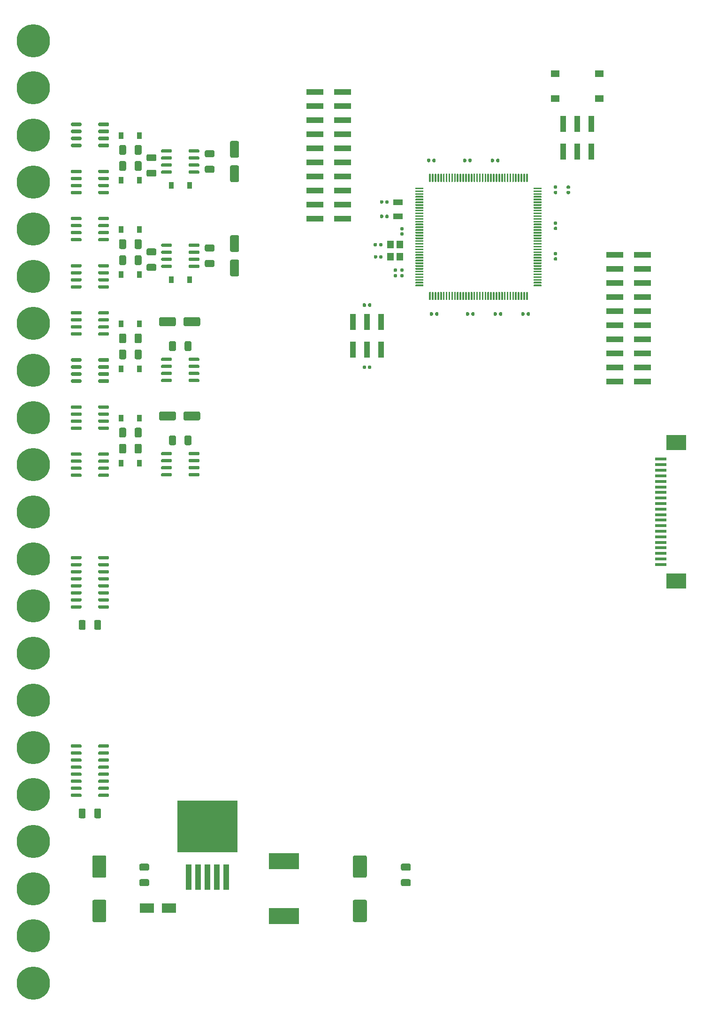
<source format=gbr>
%TF.GenerationSoftware,KiCad,Pcbnew,(5.1.9)-1*%
%TF.CreationDate,2021-02-09T21:05:23+07:00*%
%TF.ProjectId,notebook,6e6f7465-626f-46f6-9b2e-6b696361645f,rev?*%
%TF.SameCoordinates,Original*%
%TF.FileFunction,Soldermask,Top*%
%TF.FilePolarity,Negative*%
%FSLAX46Y46*%
G04 Gerber Fmt 4.6, Leading zero omitted, Abs format (unit mm)*
G04 Created by KiCad (PCBNEW (5.1.9)-1) date 2021-02-09 21:05:23*
%MOMM*%
%LPD*%
G01*
G04 APERTURE LIST*
%ADD10R,1.550000X1.300000*%
%ADD11R,3.150000X1.000000*%
%ADD12R,1.000000X3.000000*%
%ADD13R,3.600000X2.680000*%
%ADD14R,2.000000X0.610000*%
%ADD15R,5.400000X2.900000*%
%ADD16R,1.800000X1.000000*%
%ADD17R,1.200000X1.400000*%
%ADD18R,10.800000X9.400000*%
%ADD19R,1.100000X4.600000*%
%ADD20C,6.000000*%
%ADD21R,0.900000X1.200000*%
%ADD22R,2.500000X1.800000*%
G04 APERTURE END LIST*
%TO.C,U1*%
G36*
G01*
X116400000Y-70400000D02*
X116400000Y-69075000D01*
G75*
G02*
X116475000Y-69000000I75000J0D01*
G01*
X116625000Y-69000000D01*
G75*
G02*
X116700000Y-69075000I0J-75000D01*
G01*
X116700000Y-70400000D01*
G75*
G02*
X116625000Y-70475000I-75000J0D01*
G01*
X116475000Y-70475000D01*
G75*
G02*
X116400000Y-70400000I0J75000D01*
G01*
G37*
G36*
G01*
X116900000Y-70400000D02*
X116900000Y-69075000D01*
G75*
G02*
X116975000Y-69000000I75000J0D01*
G01*
X117125000Y-69000000D01*
G75*
G02*
X117200000Y-69075000I0J-75000D01*
G01*
X117200000Y-70400000D01*
G75*
G02*
X117125000Y-70475000I-75000J0D01*
G01*
X116975000Y-70475000D01*
G75*
G02*
X116900000Y-70400000I0J75000D01*
G01*
G37*
G36*
G01*
X117400000Y-70400000D02*
X117400000Y-69075000D01*
G75*
G02*
X117475000Y-69000000I75000J0D01*
G01*
X117625000Y-69000000D01*
G75*
G02*
X117700000Y-69075000I0J-75000D01*
G01*
X117700000Y-70400000D01*
G75*
G02*
X117625000Y-70475000I-75000J0D01*
G01*
X117475000Y-70475000D01*
G75*
G02*
X117400000Y-70400000I0J75000D01*
G01*
G37*
G36*
G01*
X117900000Y-70400000D02*
X117900000Y-69075000D01*
G75*
G02*
X117975000Y-69000000I75000J0D01*
G01*
X118125000Y-69000000D01*
G75*
G02*
X118200000Y-69075000I0J-75000D01*
G01*
X118200000Y-70400000D01*
G75*
G02*
X118125000Y-70475000I-75000J0D01*
G01*
X117975000Y-70475000D01*
G75*
G02*
X117900000Y-70400000I0J75000D01*
G01*
G37*
G36*
G01*
X118400000Y-70400000D02*
X118400000Y-69075000D01*
G75*
G02*
X118475000Y-69000000I75000J0D01*
G01*
X118625000Y-69000000D01*
G75*
G02*
X118700000Y-69075000I0J-75000D01*
G01*
X118700000Y-70400000D01*
G75*
G02*
X118625000Y-70475000I-75000J0D01*
G01*
X118475000Y-70475000D01*
G75*
G02*
X118400000Y-70400000I0J75000D01*
G01*
G37*
G36*
G01*
X118900000Y-70400000D02*
X118900000Y-69075000D01*
G75*
G02*
X118975000Y-69000000I75000J0D01*
G01*
X119125000Y-69000000D01*
G75*
G02*
X119200000Y-69075000I0J-75000D01*
G01*
X119200000Y-70400000D01*
G75*
G02*
X119125000Y-70475000I-75000J0D01*
G01*
X118975000Y-70475000D01*
G75*
G02*
X118900000Y-70400000I0J75000D01*
G01*
G37*
G36*
G01*
X119400000Y-70400000D02*
X119400000Y-69075000D01*
G75*
G02*
X119475000Y-69000000I75000J0D01*
G01*
X119625000Y-69000000D01*
G75*
G02*
X119700000Y-69075000I0J-75000D01*
G01*
X119700000Y-70400000D01*
G75*
G02*
X119625000Y-70475000I-75000J0D01*
G01*
X119475000Y-70475000D01*
G75*
G02*
X119400000Y-70400000I0J75000D01*
G01*
G37*
G36*
G01*
X119900000Y-70400000D02*
X119900000Y-69075000D01*
G75*
G02*
X119975000Y-69000000I75000J0D01*
G01*
X120125000Y-69000000D01*
G75*
G02*
X120200000Y-69075000I0J-75000D01*
G01*
X120200000Y-70400000D01*
G75*
G02*
X120125000Y-70475000I-75000J0D01*
G01*
X119975000Y-70475000D01*
G75*
G02*
X119900000Y-70400000I0J75000D01*
G01*
G37*
G36*
G01*
X120400000Y-70400000D02*
X120400000Y-69075000D01*
G75*
G02*
X120475000Y-69000000I75000J0D01*
G01*
X120625000Y-69000000D01*
G75*
G02*
X120700000Y-69075000I0J-75000D01*
G01*
X120700000Y-70400000D01*
G75*
G02*
X120625000Y-70475000I-75000J0D01*
G01*
X120475000Y-70475000D01*
G75*
G02*
X120400000Y-70400000I0J75000D01*
G01*
G37*
G36*
G01*
X120900000Y-70400000D02*
X120900000Y-69075000D01*
G75*
G02*
X120975000Y-69000000I75000J0D01*
G01*
X121125000Y-69000000D01*
G75*
G02*
X121200000Y-69075000I0J-75000D01*
G01*
X121200000Y-70400000D01*
G75*
G02*
X121125000Y-70475000I-75000J0D01*
G01*
X120975000Y-70475000D01*
G75*
G02*
X120900000Y-70400000I0J75000D01*
G01*
G37*
G36*
G01*
X121400000Y-70400000D02*
X121400000Y-69075000D01*
G75*
G02*
X121475000Y-69000000I75000J0D01*
G01*
X121625000Y-69000000D01*
G75*
G02*
X121700000Y-69075000I0J-75000D01*
G01*
X121700000Y-70400000D01*
G75*
G02*
X121625000Y-70475000I-75000J0D01*
G01*
X121475000Y-70475000D01*
G75*
G02*
X121400000Y-70400000I0J75000D01*
G01*
G37*
G36*
G01*
X121900000Y-70400000D02*
X121900000Y-69075000D01*
G75*
G02*
X121975000Y-69000000I75000J0D01*
G01*
X122125000Y-69000000D01*
G75*
G02*
X122200000Y-69075000I0J-75000D01*
G01*
X122200000Y-70400000D01*
G75*
G02*
X122125000Y-70475000I-75000J0D01*
G01*
X121975000Y-70475000D01*
G75*
G02*
X121900000Y-70400000I0J75000D01*
G01*
G37*
G36*
G01*
X122400000Y-70400000D02*
X122400000Y-69075000D01*
G75*
G02*
X122475000Y-69000000I75000J0D01*
G01*
X122625000Y-69000000D01*
G75*
G02*
X122700000Y-69075000I0J-75000D01*
G01*
X122700000Y-70400000D01*
G75*
G02*
X122625000Y-70475000I-75000J0D01*
G01*
X122475000Y-70475000D01*
G75*
G02*
X122400000Y-70400000I0J75000D01*
G01*
G37*
G36*
G01*
X122900000Y-70400000D02*
X122900000Y-69075000D01*
G75*
G02*
X122975000Y-69000000I75000J0D01*
G01*
X123125000Y-69000000D01*
G75*
G02*
X123200000Y-69075000I0J-75000D01*
G01*
X123200000Y-70400000D01*
G75*
G02*
X123125000Y-70475000I-75000J0D01*
G01*
X122975000Y-70475000D01*
G75*
G02*
X122900000Y-70400000I0J75000D01*
G01*
G37*
G36*
G01*
X123400000Y-70400000D02*
X123400000Y-69075000D01*
G75*
G02*
X123475000Y-69000000I75000J0D01*
G01*
X123625000Y-69000000D01*
G75*
G02*
X123700000Y-69075000I0J-75000D01*
G01*
X123700000Y-70400000D01*
G75*
G02*
X123625000Y-70475000I-75000J0D01*
G01*
X123475000Y-70475000D01*
G75*
G02*
X123400000Y-70400000I0J75000D01*
G01*
G37*
G36*
G01*
X123900000Y-70400000D02*
X123900000Y-69075000D01*
G75*
G02*
X123975000Y-69000000I75000J0D01*
G01*
X124125000Y-69000000D01*
G75*
G02*
X124200000Y-69075000I0J-75000D01*
G01*
X124200000Y-70400000D01*
G75*
G02*
X124125000Y-70475000I-75000J0D01*
G01*
X123975000Y-70475000D01*
G75*
G02*
X123900000Y-70400000I0J75000D01*
G01*
G37*
G36*
G01*
X124400000Y-70400000D02*
X124400000Y-69075000D01*
G75*
G02*
X124475000Y-69000000I75000J0D01*
G01*
X124625000Y-69000000D01*
G75*
G02*
X124700000Y-69075000I0J-75000D01*
G01*
X124700000Y-70400000D01*
G75*
G02*
X124625000Y-70475000I-75000J0D01*
G01*
X124475000Y-70475000D01*
G75*
G02*
X124400000Y-70400000I0J75000D01*
G01*
G37*
G36*
G01*
X124900000Y-70400000D02*
X124900000Y-69075000D01*
G75*
G02*
X124975000Y-69000000I75000J0D01*
G01*
X125125000Y-69000000D01*
G75*
G02*
X125200000Y-69075000I0J-75000D01*
G01*
X125200000Y-70400000D01*
G75*
G02*
X125125000Y-70475000I-75000J0D01*
G01*
X124975000Y-70475000D01*
G75*
G02*
X124900000Y-70400000I0J75000D01*
G01*
G37*
G36*
G01*
X125400000Y-70400000D02*
X125400000Y-69075000D01*
G75*
G02*
X125475000Y-69000000I75000J0D01*
G01*
X125625000Y-69000000D01*
G75*
G02*
X125700000Y-69075000I0J-75000D01*
G01*
X125700000Y-70400000D01*
G75*
G02*
X125625000Y-70475000I-75000J0D01*
G01*
X125475000Y-70475000D01*
G75*
G02*
X125400000Y-70400000I0J75000D01*
G01*
G37*
G36*
G01*
X125900000Y-70400000D02*
X125900000Y-69075000D01*
G75*
G02*
X125975000Y-69000000I75000J0D01*
G01*
X126125000Y-69000000D01*
G75*
G02*
X126200000Y-69075000I0J-75000D01*
G01*
X126200000Y-70400000D01*
G75*
G02*
X126125000Y-70475000I-75000J0D01*
G01*
X125975000Y-70475000D01*
G75*
G02*
X125900000Y-70400000I0J75000D01*
G01*
G37*
G36*
G01*
X126400000Y-70400000D02*
X126400000Y-69075000D01*
G75*
G02*
X126475000Y-69000000I75000J0D01*
G01*
X126625000Y-69000000D01*
G75*
G02*
X126700000Y-69075000I0J-75000D01*
G01*
X126700000Y-70400000D01*
G75*
G02*
X126625000Y-70475000I-75000J0D01*
G01*
X126475000Y-70475000D01*
G75*
G02*
X126400000Y-70400000I0J75000D01*
G01*
G37*
G36*
G01*
X126900000Y-70400000D02*
X126900000Y-69075000D01*
G75*
G02*
X126975000Y-69000000I75000J0D01*
G01*
X127125000Y-69000000D01*
G75*
G02*
X127200000Y-69075000I0J-75000D01*
G01*
X127200000Y-70400000D01*
G75*
G02*
X127125000Y-70475000I-75000J0D01*
G01*
X126975000Y-70475000D01*
G75*
G02*
X126900000Y-70400000I0J75000D01*
G01*
G37*
G36*
G01*
X127400000Y-70400000D02*
X127400000Y-69075000D01*
G75*
G02*
X127475000Y-69000000I75000J0D01*
G01*
X127625000Y-69000000D01*
G75*
G02*
X127700000Y-69075000I0J-75000D01*
G01*
X127700000Y-70400000D01*
G75*
G02*
X127625000Y-70475000I-75000J0D01*
G01*
X127475000Y-70475000D01*
G75*
G02*
X127400000Y-70400000I0J75000D01*
G01*
G37*
G36*
G01*
X127900000Y-70400000D02*
X127900000Y-69075000D01*
G75*
G02*
X127975000Y-69000000I75000J0D01*
G01*
X128125000Y-69000000D01*
G75*
G02*
X128200000Y-69075000I0J-75000D01*
G01*
X128200000Y-70400000D01*
G75*
G02*
X128125000Y-70475000I-75000J0D01*
G01*
X127975000Y-70475000D01*
G75*
G02*
X127900000Y-70400000I0J75000D01*
G01*
G37*
G36*
G01*
X128400000Y-70400000D02*
X128400000Y-69075000D01*
G75*
G02*
X128475000Y-69000000I75000J0D01*
G01*
X128625000Y-69000000D01*
G75*
G02*
X128700000Y-69075000I0J-75000D01*
G01*
X128700000Y-70400000D01*
G75*
G02*
X128625000Y-70475000I-75000J0D01*
G01*
X128475000Y-70475000D01*
G75*
G02*
X128400000Y-70400000I0J75000D01*
G01*
G37*
G36*
G01*
X128900000Y-70400000D02*
X128900000Y-69075000D01*
G75*
G02*
X128975000Y-69000000I75000J0D01*
G01*
X129125000Y-69000000D01*
G75*
G02*
X129200000Y-69075000I0J-75000D01*
G01*
X129200000Y-70400000D01*
G75*
G02*
X129125000Y-70475000I-75000J0D01*
G01*
X128975000Y-70475000D01*
G75*
G02*
X128900000Y-70400000I0J75000D01*
G01*
G37*
G36*
G01*
X129400000Y-70400000D02*
X129400000Y-69075000D01*
G75*
G02*
X129475000Y-69000000I75000J0D01*
G01*
X129625000Y-69000000D01*
G75*
G02*
X129700000Y-69075000I0J-75000D01*
G01*
X129700000Y-70400000D01*
G75*
G02*
X129625000Y-70475000I-75000J0D01*
G01*
X129475000Y-70475000D01*
G75*
G02*
X129400000Y-70400000I0J75000D01*
G01*
G37*
G36*
G01*
X129900000Y-70400000D02*
X129900000Y-69075000D01*
G75*
G02*
X129975000Y-69000000I75000J0D01*
G01*
X130125000Y-69000000D01*
G75*
G02*
X130200000Y-69075000I0J-75000D01*
G01*
X130200000Y-70400000D01*
G75*
G02*
X130125000Y-70475000I-75000J0D01*
G01*
X129975000Y-70475000D01*
G75*
G02*
X129900000Y-70400000I0J75000D01*
G01*
G37*
G36*
G01*
X130400000Y-70400000D02*
X130400000Y-69075000D01*
G75*
G02*
X130475000Y-69000000I75000J0D01*
G01*
X130625000Y-69000000D01*
G75*
G02*
X130700000Y-69075000I0J-75000D01*
G01*
X130700000Y-70400000D01*
G75*
G02*
X130625000Y-70475000I-75000J0D01*
G01*
X130475000Y-70475000D01*
G75*
G02*
X130400000Y-70400000I0J75000D01*
G01*
G37*
G36*
G01*
X130900000Y-70400000D02*
X130900000Y-69075000D01*
G75*
G02*
X130975000Y-69000000I75000J0D01*
G01*
X131125000Y-69000000D01*
G75*
G02*
X131200000Y-69075000I0J-75000D01*
G01*
X131200000Y-70400000D01*
G75*
G02*
X131125000Y-70475000I-75000J0D01*
G01*
X130975000Y-70475000D01*
G75*
G02*
X130900000Y-70400000I0J75000D01*
G01*
G37*
G36*
G01*
X131400000Y-70400000D02*
X131400000Y-69075000D01*
G75*
G02*
X131475000Y-69000000I75000J0D01*
G01*
X131625000Y-69000000D01*
G75*
G02*
X131700000Y-69075000I0J-75000D01*
G01*
X131700000Y-70400000D01*
G75*
G02*
X131625000Y-70475000I-75000J0D01*
G01*
X131475000Y-70475000D01*
G75*
G02*
X131400000Y-70400000I0J75000D01*
G01*
G37*
G36*
G01*
X131900000Y-70400000D02*
X131900000Y-69075000D01*
G75*
G02*
X131975000Y-69000000I75000J0D01*
G01*
X132125000Y-69000000D01*
G75*
G02*
X132200000Y-69075000I0J-75000D01*
G01*
X132200000Y-70400000D01*
G75*
G02*
X132125000Y-70475000I-75000J0D01*
G01*
X131975000Y-70475000D01*
G75*
G02*
X131900000Y-70400000I0J75000D01*
G01*
G37*
G36*
G01*
X132400000Y-70400000D02*
X132400000Y-69075000D01*
G75*
G02*
X132475000Y-69000000I75000J0D01*
G01*
X132625000Y-69000000D01*
G75*
G02*
X132700000Y-69075000I0J-75000D01*
G01*
X132700000Y-70400000D01*
G75*
G02*
X132625000Y-70475000I-75000J0D01*
G01*
X132475000Y-70475000D01*
G75*
G02*
X132400000Y-70400000I0J75000D01*
G01*
G37*
G36*
G01*
X132900000Y-70400000D02*
X132900000Y-69075000D01*
G75*
G02*
X132975000Y-69000000I75000J0D01*
G01*
X133125000Y-69000000D01*
G75*
G02*
X133200000Y-69075000I0J-75000D01*
G01*
X133200000Y-70400000D01*
G75*
G02*
X133125000Y-70475000I-75000J0D01*
G01*
X132975000Y-70475000D01*
G75*
G02*
X132900000Y-70400000I0J75000D01*
G01*
G37*
G36*
G01*
X133400000Y-70400000D02*
X133400000Y-69075000D01*
G75*
G02*
X133475000Y-69000000I75000J0D01*
G01*
X133625000Y-69000000D01*
G75*
G02*
X133700000Y-69075000I0J-75000D01*
G01*
X133700000Y-70400000D01*
G75*
G02*
X133625000Y-70475000I-75000J0D01*
G01*
X133475000Y-70475000D01*
G75*
G02*
X133400000Y-70400000I0J75000D01*
G01*
G37*
G36*
G01*
X133900000Y-70400000D02*
X133900000Y-69075000D01*
G75*
G02*
X133975000Y-69000000I75000J0D01*
G01*
X134125000Y-69000000D01*
G75*
G02*
X134200000Y-69075000I0J-75000D01*
G01*
X134200000Y-70400000D01*
G75*
G02*
X134125000Y-70475000I-75000J0D01*
G01*
X133975000Y-70475000D01*
G75*
G02*
X133900000Y-70400000I0J75000D01*
G01*
G37*
G36*
G01*
X135225000Y-71725000D02*
X135225000Y-71575000D01*
G75*
G02*
X135300000Y-71500000I75000J0D01*
G01*
X136625000Y-71500000D01*
G75*
G02*
X136700000Y-71575000I0J-75000D01*
G01*
X136700000Y-71725000D01*
G75*
G02*
X136625000Y-71800000I-75000J0D01*
G01*
X135300000Y-71800000D01*
G75*
G02*
X135225000Y-71725000I0J75000D01*
G01*
G37*
G36*
G01*
X135225000Y-72225000D02*
X135225000Y-72075000D01*
G75*
G02*
X135300000Y-72000000I75000J0D01*
G01*
X136625000Y-72000000D01*
G75*
G02*
X136700000Y-72075000I0J-75000D01*
G01*
X136700000Y-72225000D01*
G75*
G02*
X136625000Y-72300000I-75000J0D01*
G01*
X135300000Y-72300000D01*
G75*
G02*
X135225000Y-72225000I0J75000D01*
G01*
G37*
G36*
G01*
X135225000Y-72725000D02*
X135225000Y-72575000D01*
G75*
G02*
X135300000Y-72500000I75000J0D01*
G01*
X136625000Y-72500000D01*
G75*
G02*
X136700000Y-72575000I0J-75000D01*
G01*
X136700000Y-72725000D01*
G75*
G02*
X136625000Y-72800000I-75000J0D01*
G01*
X135300000Y-72800000D01*
G75*
G02*
X135225000Y-72725000I0J75000D01*
G01*
G37*
G36*
G01*
X135225000Y-73225000D02*
X135225000Y-73075000D01*
G75*
G02*
X135300000Y-73000000I75000J0D01*
G01*
X136625000Y-73000000D01*
G75*
G02*
X136700000Y-73075000I0J-75000D01*
G01*
X136700000Y-73225000D01*
G75*
G02*
X136625000Y-73300000I-75000J0D01*
G01*
X135300000Y-73300000D01*
G75*
G02*
X135225000Y-73225000I0J75000D01*
G01*
G37*
G36*
G01*
X135225000Y-73725000D02*
X135225000Y-73575000D01*
G75*
G02*
X135300000Y-73500000I75000J0D01*
G01*
X136625000Y-73500000D01*
G75*
G02*
X136700000Y-73575000I0J-75000D01*
G01*
X136700000Y-73725000D01*
G75*
G02*
X136625000Y-73800000I-75000J0D01*
G01*
X135300000Y-73800000D01*
G75*
G02*
X135225000Y-73725000I0J75000D01*
G01*
G37*
G36*
G01*
X135225000Y-74225000D02*
X135225000Y-74075000D01*
G75*
G02*
X135300000Y-74000000I75000J0D01*
G01*
X136625000Y-74000000D01*
G75*
G02*
X136700000Y-74075000I0J-75000D01*
G01*
X136700000Y-74225000D01*
G75*
G02*
X136625000Y-74300000I-75000J0D01*
G01*
X135300000Y-74300000D01*
G75*
G02*
X135225000Y-74225000I0J75000D01*
G01*
G37*
G36*
G01*
X135225000Y-74725000D02*
X135225000Y-74575000D01*
G75*
G02*
X135300000Y-74500000I75000J0D01*
G01*
X136625000Y-74500000D01*
G75*
G02*
X136700000Y-74575000I0J-75000D01*
G01*
X136700000Y-74725000D01*
G75*
G02*
X136625000Y-74800000I-75000J0D01*
G01*
X135300000Y-74800000D01*
G75*
G02*
X135225000Y-74725000I0J75000D01*
G01*
G37*
G36*
G01*
X135225000Y-75225000D02*
X135225000Y-75075000D01*
G75*
G02*
X135300000Y-75000000I75000J0D01*
G01*
X136625000Y-75000000D01*
G75*
G02*
X136700000Y-75075000I0J-75000D01*
G01*
X136700000Y-75225000D01*
G75*
G02*
X136625000Y-75300000I-75000J0D01*
G01*
X135300000Y-75300000D01*
G75*
G02*
X135225000Y-75225000I0J75000D01*
G01*
G37*
G36*
G01*
X135225000Y-75725000D02*
X135225000Y-75575000D01*
G75*
G02*
X135300000Y-75500000I75000J0D01*
G01*
X136625000Y-75500000D01*
G75*
G02*
X136700000Y-75575000I0J-75000D01*
G01*
X136700000Y-75725000D01*
G75*
G02*
X136625000Y-75800000I-75000J0D01*
G01*
X135300000Y-75800000D01*
G75*
G02*
X135225000Y-75725000I0J75000D01*
G01*
G37*
G36*
G01*
X135225000Y-76225000D02*
X135225000Y-76075000D01*
G75*
G02*
X135300000Y-76000000I75000J0D01*
G01*
X136625000Y-76000000D01*
G75*
G02*
X136700000Y-76075000I0J-75000D01*
G01*
X136700000Y-76225000D01*
G75*
G02*
X136625000Y-76300000I-75000J0D01*
G01*
X135300000Y-76300000D01*
G75*
G02*
X135225000Y-76225000I0J75000D01*
G01*
G37*
G36*
G01*
X135225000Y-76725000D02*
X135225000Y-76575000D01*
G75*
G02*
X135300000Y-76500000I75000J0D01*
G01*
X136625000Y-76500000D01*
G75*
G02*
X136700000Y-76575000I0J-75000D01*
G01*
X136700000Y-76725000D01*
G75*
G02*
X136625000Y-76800000I-75000J0D01*
G01*
X135300000Y-76800000D01*
G75*
G02*
X135225000Y-76725000I0J75000D01*
G01*
G37*
G36*
G01*
X135225000Y-77225000D02*
X135225000Y-77075000D01*
G75*
G02*
X135300000Y-77000000I75000J0D01*
G01*
X136625000Y-77000000D01*
G75*
G02*
X136700000Y-77075000I0J-75000D01*
G01*
X136700000Y-77225000D01*
G75*
G02*
X136625000Y-77300000I-75000J0D01*
G01*
X135300000Y-77300000D01*
G75*
G02*
X135225000Y-77225000I0J75000D01*
G01*
G37*
G36*
G01*
X135225000Y-77725000D02*
X135225000Y-77575000D01*
G75*
G02*
X135300000Y-77500000I75000J0D01*
G01*
X136625000Y-77500000D01*
G75*
G02*
X136700000Y-77575000I0J-75000D01*
G01*
X136700000Y-77725000D01*
G75*
G02*
X136625000Y-77800000I-75000J0D01*
G01*
X135300000Y-77800000D01*
G75*
G02*
X135225000Y-77725000I0J75000D01*
G01*
G37*
G36*
G01*
X135225000Y-78225000D02*
X135225000Y-78075000D01*
G75*
G02*
X135300000Y-78000000I75000J0D01*
G01*
X136625000Y-78000000D01*
G75*
G02*
X136700000Y-78075000I0J-75000D01*
G01*
X136700000Y-78225000D01*
G75*
G02*
X136625000Y-78300000I-75000J0D01*
G01*
X135300000Y-78300000D01*
G75*
G02*
X135225000Y-78225000I0J75000D01*
G01*
G37*
G36*
G01*
X135225000Y-78725000D02*
X135225000Y-78575000D01*
G75*
G02*
X135300000Y-78500000I75000J0D01*
G01*
X136625000Y-78500000D01*
G75*
G02*
X136700000Y-78575000I0J-75000D01*
G01*
X136700000Y-78725000D01*
G75*
G02*
X136625000Y-78800000I-75000J0D01*
G01*
X135300000Y-78800000D01*
G75*
G02*
X135225000Y-78725000I0J75000D01*
G01*
G37*
G36*
G01*
X135225000Y-79225000D02*
X135225000Y-79075000D01*
G75*
G02*
X135300000Y-79000000I75000J0D01*
G01*
X136625000Y-79000000D01*
G75*
G02*
X136700000Y-79075000I0J-75000D01*
G01*
X136700000Y-79225000D01*
G75*
G02*
X136625000Y-79300000I-75000J0D01*
G01*
X135300000Y-79300000D01*
G75*
G02*
X135225000Y-79225000I0J75000D01*
G01*
G37*
G36*
G01*
X135225000Y-79725000D02*
X135225000Y-79575000D01*
G75*
G02*
X135300000Y-79500000I75000J0D01*
G01*
X136625000Y-79500000D01*
G75*
G02*
X136700000Y-79575000I0J-75000D01*
G01*
X136700000Y-79725000D01*
G75*
G02*
X136625000Y-79800000I-75000J0D01*
G01*
X135300000Y-79800000D01*
G75*
G02*
X135225000Y-79725000I0J75000D01*
G01*
G37*
G36*
G01*
X135225000Y-80225000D02*
X135225000Y-80075000D01*
G75*
G02*
X135300000Y-80000000I75000J0D01*
G01*
X136625000Y-80000000D01*
G75*
G02*
X136700000Y-80075000I0J-75000D01*
G01*
X136700000Y-80225000D01*
G75*
G02*
X136625000Y-80300000I-75000J0D01*
G01*
X135300000Y-80300000D01*
G75*
G02*
X135225000Y-80225000I0J75000D01*
G01*
G37*
G36*
G01*
X135225000Y-80725000D02*
X135225000Y-80575000D01*
G75*
G02*
X135300000Y-80500000I75000J0D01*
G01*
X136625000Y-80500000D01*
G75*
G02*
X136700000Y-80575000I0J-75000D01*
G01*
X136700000Y-80725000D01*
G75*
G02*
X136625000Y-80800000I-75000J0D01*
G01*
X135300000Y-80800000D01*
G75*
G02*
X135225000Y-80725000I0J75000D01*
G01*
G37*
G36*
G01*
X135225000Y-81225000D02*
X135225000Y-81075000D01*
G75*
G02*
X135300000Y-81000000I75000J0D01*
G01*
X136625000Y-81000000D01*
G75*
G02*
X136700000Y-81075000I0J-75000D01*
G01*
X136700000Y-81225000D01*
G75*
G02*
X136625000Y-81300000I-75000J0D01*
G01*
X135300000Y-81300000D01*
G75*
G02*
X135225000Y-81225000I0J75000D01*
G01*
G37*
G36*
G01*
X135225000Y-81725000D02*
X135225000Y-81575000D01*
G75*
G02*
X135300000Y-81500000I75000J0D01*
G01*
X136625000Y-81500000D01*
G75*
G02*
X136700000Y-81575000I0J-75000D01*
G01*
X136700000Y-81725000D01*
G75*
G02*
X136625000Y-81800000I-75000J0D01*
G01*
X135300000Y-81800000D01*
G75*
G02*
X135225000Y-81725000I0J75000D01*
G01*
G37*
G36*
G01*
X135225000Y-82225000D02*
X135225000Y-82075000D01*
G75*
G02*
X135300000Y-82000000I75000J0D01*
G01*
X136625000Y-82000000D01*
G75*
G02*
X136700000Y-82075000I0J-75000D01*
G01*
X136700000Y-82225000D01*
G75*
G02*
X136625000Y-82300000I-75000J0D01*
G01*
X135300000Y-82300000D01*
G75*
G02*
X135225000Y-82225000I0J75000D01*
G01*
G37*
G36*
G01*
X135225000Y-82725000D02*
X135225000Y-82575000D01*
G75*
G02*
X135300000Y-82500000I75000J0D01*
G01*
X136625000Y-82500000D01*
G75*
G02*
X136700000Y-82575000I0J-75000D01*
G01*
X136700000Y-82725000D01*
G75*
G02*
X136625000Y-82800000I-75000J0D01*
G01*
X135300000Y-82800000D01*
G75*
G02*
X135225000Y-82725000I0J75000D01*
G01*
G37*
G36*
G01*
X135225000Y-83225000D02*
X135225000Y-83075000D01*
G75*
G02*
X135300000Y-83000000I75000J0D01*
G01*
X136625000Y-83000000D01*
G75*
G02*
X136700000Y-83075000I0J-75000D01*
G01*
X136700000Y-83225000D01*
G75*
G02*
X136625000Y-83300000I-75000J0D01*
G01*
X135300000Y-83300000D01*
G75*
G02*
X135225000Y-83225000I0J75000D01*
G01*
G37*
G36*
G01*
X135225000Y-83725000D02*
X135225000Y-83575000D01*
G75*
G02*
X135300000Y-83500000I75000J0D01*
G01*
X136625000Y-83500000D01*
G75*
G02*
X136700000Y-83575000I0J-75000D01*
G01*
X136700000Y-83725000D01*
G75*
G02*
X136625000Y-83800000I-75000J0D01*
G01*
X135300000Y-83800000D01*
G75*
G02*
X135225000Y-83725000I0J75000D01*
G01*
G37*
G36*
G01*
X135225000Y-84225000D02*
X135225000Y-84075000D01*
G75*
G02*
X135300000Y-84000000I75000J0D01*
G01*
X136625000Y-84000000D01*
G75*
G02*
X136700000Y-84075000I0J-75000D01*
G01*
X136700000Y-84225000D01*
G75*
G02*
X136625000Y-84300000I-75000J0D01*
G01*
X135300000Y-84300000D01*
G75*
G02*
X135225000Y-84225000I0J75000D01*
G01*
G37*
G36*
G01*
X135225000Y-84725000D02*
X135225000Y-84575000D01*
G75*
G02*
X135300000Y-84500000I75000J0D01*
G01*
X136625000Y-84500000D01*
G75*
G02*
X136700000Y-84575000I0J-75000D01*
G01*
X136700000Y-84725000D01*
G75*
G02*
X136625000Y-84800000I-75000J0D01*
G01*
X135300000Y-84800000D01*
G75*
G02*
X135225000Y-84725000I0J75000D01*
G01*
G37*
G36*
G01*
X135225000Y-85225000D02*
X135225000Y-85075000D01*
G75*
G02*
X135300000Y-85000000I75000J0D01*
G01*
X136625000Y-85000000D01*
G75*
G02*
X136700000Y-85075000I0J-75000D01*
G01*
X136700000Y-85225000D01*
G75*
G02*
X136625000Y-85300000I-75000J0D01*
G01*
X135300000Y-85300000D01*
G75*
G02*
X135225000Y-85225000I0J75000D01*
G01*
G37*
G36*
G01*
X135225000Y-85725000D02*
X135225000Y-85575000D01*
G75*
G02*
X135300000Y-85500000I75000J0D01*
G01*
X136625000Y-85500000D01*
G75*
G02*
X136700000Y-85575000I0J-75000D01*
G01*
X136700000Y-85725000D01*
G75*
G02*
X136625000Y-85800000I-75000J0D01*
G01*
X135300000Y-85800000D01*
G75*
G02*
X135225000Y-85725000I0J75000D01*
G01*
G37*
G36*
G01*
X135225000Y-86225000D02*
X135225000Y-86075000D01*
G75*
G02*
X135300000Y-86000000I75000J0D01*
G01*
X136625000Y-86000000D01*
G75*
G02*
X136700000Y-86075000I0J-75000D01*
G01*
X136700000Y-86225000D01*
G75*
G02*
X136625000Y-86300000I-75000J0D01*
G01*
X135300000Y-86300000D01*
G75*
G02*
X135225000Y-86225000I0J75000D01*
G01*
G37*
G36*
G01*
X135225000Y-86725000D02*
X135225000Y-86575000D01*
G75*
G02*
X135300000Y-86500000I75000J0D01*
G01*
X136625000Y-86500000D01*
G75*
G02*
X136700000Y-86575000I0J-75000D01*
G01*
X136700000Y-86725000D01*
G75*
G02*
X136625000Y-86800000I-75000J0D01*
G01*
X135300000Y-86800000D01*
G75*
G02*
X135225000Y-86725000I0J75000D01*
G01*
G37*
G36*
G01*
X135225000Y-87225000D02*
X135225000Y-87075000D01*
G75*
G02*
X135300000Y-87000000I75000J0D01*
G01*
X136625000Y-87000000D01*
G75*
G02*
X136700000Y-87075000I0J-75000D01*
G01*
X136700000Y-87225000D01*
G75*
G02*
X136625000Y-87300000I-75000J0D01*
G01*
X135300000Y-87300000D01*
G75*
G02*
X135225000Y-87225000I0J75000D01*
G01*
G37*
G36*
G01*
X135225000Y-87725000D02*
X135225000Y-87575000D01*
G75*
G02*
X135300000Y-87500000I75000J0D01*
G01*
X136625000Y-87500000D01*
G75*
G02*
X136700000Y-87575000I0J-75000D01*
G01*
X136700000Y-87725000D01*
G75*
G02*
X136625000Y-87800000I-75000J0D01*
G01*
X135300000Y-87800000D01*
G75*
G02*
X135225000Y-87725000I0J75000D01*
G01*
G37*
G36*
G01*
X135225000Y-88225000D02*
X135225000Y-88075000D01*
G75*
G02*
X135300000Y-88000000I75000J0D01*
G01*
X136625000Y-88000000D01*
G75*
G02*
X136700000Y-88075000I0J-75000D01*
G01*
X136700000Y-88225000D01*
G75*
G02*
X136625000Y-88300000I-75000J0D01*
G01*
X135300000Y-88300000D01*
G75*
G02*
X135225000Y-88225000I0J75000D01*
G01*
G37*
G36*
G01*
X135225000Y-88725000D02*
X135225000Y-88575000D01*
G75*
G02*
X135300000Y-88500000I75000J0D01*
G01*
X136625000Y-88500000D01*
G75*
G02*
X136700000Y-88575000I0J-75000D01*
G01*
X136700000Y-88725000D01*
G75*
G02*
X136625000Y-88800000I-75000J0D01*
G01*
X135300000Y-88800000D01*
G75*
G02*
X135225000Y-88725000I0J75000D01*
G01*
G37*
G36*
G01*
X135225000Y-89225000D02*
X135225000Y-89075000D01*
G75*
G02*
X135300000Y-89000000I75000J0D01*
G01*
X136625000Y-89000000D01*
G75*
G02*
X136700000Y-89075000I0J-75000D01*
G01*
X136700000Y-89225000D01*
G75*
G02*
X136625000Y-89300000I-75000J0D01*
G01*
X135300000Y-89300000D01*
G75*
G02*
X135225000Y-89225000I0J75000D01*
G01*
G37*
G36*
G01*
X133900000Y-91725000D02*
X133900000Y-90400000D01*
G75*
G02*
X133975000Y-90325000I75000J0D01*
G01*
X134125000Y-90325000D01*
G75*
G02*
X134200000Y-90400000I0J-75000D01*
G01*
X134200000Y-91725000D01*
G75*
G02*
X134125000Y-91800000I-75000J0D01*
G01*
X133975000Y-91800000D01*
G75*
G02*
X133900000Y-91725000I0J75000D01*
G01*
G37*
G36*
G01*
X133400000Y-91725000D02*
X133400000Y-90400000D01*
G75*
G02*
X133475000Y-90325000I75000J0D01*
G01*
X133625000Y-90325000D01*
G75*
G02*
X133700000Y-90400000I0J-75000D01*
G01*
X133700000Y-91725000D01*
G75*
G02*
X133625000Y-91800000I-75000J0D01*
G01*
X133475000Y-91800000D01*
G75*
G02*
X133400000Y-91725000I0J75000D01*
G01*
G37*
G36*
G01*
X132900000Y-91725000D02*
X132900000Y-90400000D01*
G75*
G02*
X132975000Y-90325000I75000J0D01*
G01*
X133125000Y-90325000D01*
G75*
G02*
X133200000Y-90400000I0J-75000D01*
G01*
X133200000Y-91725000D01*
G75*
G02*
X133125000Y-91800000I-75000J0D01*
G01*
X132975000Y-91800000D01*
G75*
G02*
X132900000Y-91725000I0J75000D01*
G01*
G37*
G36*
G01*
X132400000Y-91725000D02*
X132400000Y-90400000D01*
G75*
G02*
X132475000Y-90325000I75000J0D01*
G01*
X132625000Y-90325000D01*
G75*
G02*
X132700000Y-90400000I0J-75000D01*
G01*
X132700000Y-91725000D01*
G75*
G02*
X132625000Y-91800000I-75000J0D01*
G01*
X132475000Y-91800000D01*
G75*
G02*
X132400000Y-91725000I0J75000D01*
G01*
G37*
G36*
G01*
X131900000Y-91725000D02*
X131900000Y-90400000D01*
G75*
G02*
X131975000Y-90325000I75000J0D01*
G01*
X132125000Y-90325000D01*
G75*
G02*
X132200000Y-90400000I0J-75000D01*
G01*
X132200000Y-91725000D01*
G75*
G02*
X132125000Y-91800000I-75000J0D01*
G01*
X131975000Y-91800000D01*
G75*
G02*
X131900000Y-91725000I0J75000D01*
G01*
G37*
G36*
G01*
X131400000Y-91725000D02*
X131400000Y-90400000D01*
G75*
G02*
X131475000Y-90325000I75000J0D01*
G01*
X131625000Y-90325000D01*
G75*
G02*
X131700000Y-90400000I0J-75000D01*
G01*
X131700000Y-91725000D01*
G75*
G02*
X131625000Y-91800000I-75000J0D01*
G01*
X131475000Y-91800000D01*
G75*
G02*
X131400000Y-91725000I0J75000D01*
G01*
G37*
G36*
G01*
X130900000Y-91725000D02*
X130900000Y-90400000D01*
G75*
G02*
X130975000Y-90325000I75000J0D01*
G01*
X131125000Y-90325000D01*
G75*
G02*
X131200000Y-90400000I0J-75000D01*
G01*
X131200000Y-91725000D01*
G75*
G02*
X131125000Y-91800000I-75000J0D01*
G01*
X130975000Y-91800000D01*
G75*
G02*
X130900000Y-91725000I0J75000D01*
G01*
G37*
G36*
G01*
X130400000Y-91725000D02*
X130400000Y-90400000D01*
G75*
G02*
X130475000Y-90325000I75000J0D01*
G01*
X130625000Y-90325000D01*
G75*
G02*
X130700000Y-90400000I0J-75000D01*
G01*
X130700000Y-91725000D01*
G75*
G02*
X130625000Y-91800000I-75000J0D01*
G01*
X130475000Y-91800000D01*
G75*
G02*
X130400000Y-91725000I0J75000D01*
G01*
G37*
G36*
G01*
X129900000Y-91725000D02*
X129900000Y-90400000D01*
G75*
G02*
X129975000Y-90325000I75000J0D01*
G01*
X130125000Y-90325000D01*
G75*
G02*
X130200000Y-90400000I0J-75000D01*
G01*
X130200000Y-91725000D01*
G75*
G02*
X130125000Y-91800000I-75000J0D01*
G01*
X129975000Y-91800000D01*
G75*
G02*
X129900000Y-91725000I0J75000D01*
G01*
G37*
G36*
G01*
X129400000Y-91725000D02*
X129400000Y-90400000D01*
G75*
G02*
X129475000Y-90325000I75000J0D01*
G01*
X129625000Y-90325000D01*
G75*
G02*
X129700000Y-90400000I0J-75000D01*
G01*
X129700000Y-91725000D01*
G75*
G02*
X129625000Y-91800000I-75000J0D01*
G01*
X129475000Y-91800000D01*
G75*
G02*
X129400000Y-91725000I0J75000D01*
G01*
G37*
G36*
G01*
X128900000Y-91725000D02*
X128900000Y-90400000D01*
G75*
G02*
X128975000Y-90325000I75000J0D01*
G01*
X129125000Y-90325000D01*
G75*
G02*
X129200000Y-90400000I0J-75000D01*
G01*
X129200000Y-91725000D01*
G75*
G02*
X129125000Y-91800000I-75000J0D01*
G01*
X128975000Y-91800000D01*
G75*
G02*
X128900000Y-91725000I0J75000D01*
G01*
G37*
G36*
G01*
X128400000Y-91725000D02*
X128400000Y-90400000D01*
G75*
G02*
X128475000Y-90325000I75000J0D01*
G01*
X128625000Y-90325000D01*
G75*
G02*
X128700000Y-90400000I0J-75000D01*
G01*
X128700000Y-91725000D01*
G75*
G02*
X128625000Y-91800000I-75000J0D01*
G01*
X128475000Y-91800000D01*
G75*
G02*
X128400000Y-91725000I0J75000D01*
G01*
G37*
G36*
G01*
X127900000Y-91725000D02*
X127900000Y-90400000D01*
G75*
G02*
X127975000Y-90325000I75000J0D01*
G01*
X128125000Y-90325000D01*
G75*
G02*
X128200000Y-90400000I0J-75000D01*
G01*
X128200000Y-91725000D01*
G75*
G02*
X128125000Y-91800000I-75000J0D01*
G01*
X127975000Y-91800000D01*
G75*
G02*
X127900000Y-91725000I0J75000D01*
G01*
G37*
G36*
G01*
X127400000Y-91725000D02*
X127400000Y-90400000D01*
G75*
G02*
X127475000Y-90325000I75000J0D01*
G01*
X127625000Y-90325000D01*
G75*
G02*
X127700000Y-90400000I0J-75000D01*
G01*
X127700000Y-91725000D01*
G75*
G02*
X127625000Y-91800000I-75000J0D01*
G01*
X127475000Y-91800000D01*
G75*
G02*
X127400000Y-91725000I0J75000D01*
G01*
G37*
G36*
G01*
X126900000Y-91725000D02*
X126900000Y-90400000D01*
G75*
G02*
X126975000Y-90325000I75000J0D01*
G01*
X127125000Y-90325000D01*
G75*
G02*
X127200000Y-90400000I0J-75000D01*
G01*
X127200000Y-91725000D01*
G75*
G02*
X127125000Y-91800000I-75000J0D01*
G01*
X126975000Y-91800000D01*
G75*
G02*
X126900000Y-91725000I0J75000D01*
G01*
G37*
G36*
G01*
X126400000Y-91725000D02*
X126400000Y-90400000D01*
G75*
G02*
X126475000Y-90325000I75000J0D01*
G01*
X126625000Y-90325000D01*
G75*
G02*
X126700000Y-90400000I0J-75000D01*
G01*
X126700000Y-91725000D01*
G75*
G02*
X126625000Y-91800000I-75000J0D01*
G01*
X126475000Y-91800000D01*
G75*
G02*
X126400000Y-91725000I0J75000D01*
G01*
G37*
G36*
G01*
X125900000Y-91725000D02*
X125900000Y-90400000D01*
G75*
G02*
X125975000Y-90325000I75000J0D01*
G01*
X126125000Y-90325000D01*
G75*
G02*
X126200000Y-90400000I0J-75000D01*
G01*
X126200000Y-91725000D01*
G75*
G02*
X126125000Y-91800000I-75000J0D01*
G01*
X125975000Y-91800000D01*
G75*
G02*
X125900000Y-91725000I0J75000D01*
G01*
G37*
G36*
G01*
X125400000Y-91725000D02*
X125400000Y-90400000D01*
G75*
G02*
X125475000Y-90325000I75000J0D01*
G01*
X125625000Y-90325000D01*
G75*
G02*
X125700000Y-90400000I0J-75000D01*
G01*
X125700000Y-91725000D01*
G75*
G02*
X125625000Y-91800000I-75000J0D01*
G01*
X125475000Y-91800000D01*
G75*
G02*
X125400000Y-91725000I0J75000D01*
G01*
G37*
G36*
G01*
X124900000Y-91725000D02*
X124900000Y-90400000D01*
G75*
G02*
X124975000Y-90325000I75000J0D01*
G01*
X125125000Y-90325000D01*
G75*
G02*
X125200000Y-90400000I0J-75000D01*
G01*
X125200000Y-91725000D01*
G75*
G02*
X125125000Y-91800000I-75000J0D01*
G01*
X124975000Y-91800000D01*
G75*
G02*
X124900000Y-91725000I0J75000D01*
G01*
G37*
G36*
G01*
X124400000Y-91725000D02*
X124400000Y-90400000D01*
G75*
G02*
X124475000Y-90325000I75000J0D01*
G01*
X124625000Y-90325000D01*
G75*
G02*
X124700000Y-90400000I0J-75000D01*
G01*
X124700000Y-91725000D01*
G75*
G02*
X124625000Y-91800000I-75000J0D01*
G01*
X124475000Y-91800000D01*
G75*
G02*
X124400000Y-91725000I0J75000D01*
G01*
G37*
G36*
G01*
X123900000Y-91725000D02*
X123900000Y-90400000D01*
G75*
G02*
X123975000Y-90325000I75000J0D01*
G01*
X124125000Y-90325000D01*
G75*
G02*
X124200000Y-90400000I0J-75000D01*
G01*
X124200000Y-91725000D01*
G75*
G02*
X124125000Y-91800000I-75000J0D01*
G01*
X123975000Y-91800000D01*
G75*
G02*
X123900000Y-91725000I0J75000D01*
G01*
G37*
G36*
G01*
X123400000Y-91725000D02*
X123400000Y-90400000D01*
G75*
G02*
X123475000Y-90325000I75000J0D01*
G01*
X123625000Y-90325000D01*
G75*
G02*
X123700000Y-90400000I0J-75000D01*
G01*
X123700000Y-91725000D01*
G75*
G02*
X123625000Y-91800000I-75000J0D01*
G01*
X123475000Y-91800000D01*
G75*
G02*
X123400000Y-91725000I0J75000D01*
G01*
G37*
G36*
G01*
X122900000Y-91725000D02*
X122900000Y-90400000D01*
G75*
G02*
X122975000Y-90325000I75000J0D01*
G01*
X123125000Y-90325000D01*
G75*
G02*
X123200000Y-90400000I0J-75000D01*
G01*
X123200000Y-91725000D01*
G75*
G02*
X123125000Y-91800000I-75000J0D01*
G01*
X122975000Y-91800000D01*
G75*
G02*
X122900000Y-91725000I0J75000D01*
G01*
G37*
G36*
G01*
X122400000Y-91725000D02*
X122400000Y-90400000D01*
G75*
G02*
X122475000Y-90325000I75000J0D01*
G01*
X122625000Y-90325000D01*
G75*
G02*
X122700000Y-90400000I0J-75000D01*
G01*
X122700000Y-91725000D01*
G75*
G02*
X122625000Y-91800000I-75000J0D01*
G01*
X122475000Y-91800000D01*
G75*
G02*
X122400000Y-91725000I0J75000D01*
G01*
G37*
G36*
G01*
X121900000Y-91725000D02*
X121900000Y-90400000D01*
G75*
G02*
X121975000Y-90325000I75000J0D01*
G01*
X122125000Y-90325000D01*
G75*
G02*
X122200000Y-90400000I0J-75000D01*
G01*
X122200000Y-91725000D01*
G75*
G02*
X122125000Y-91800000I-75000J0D01*
G01*
X121975000Y-91800000D01*
G75*
G02*
X121900000Y-91725000I0J75000D01*
G01*
G37*
G36*
G01*
X121400000Y-91725000D02*
X121400000Y-90400000D01*
G75*
G02*
X121475000Y-90325000I75000J0D01*
G01*
X121625000Y-90325000D01*
G75*
G02*
X121700000Y-90400000I0J-75000D01*
G01*
X121700000Y-91725000D01*
G75*
G02*
X121625000Y-91800000I-75000J0D01*
G01*
X121475000Y-91800000D01*
G75*
G02*
X121400000Y-91725000I0J75000D01*
G01*
G37*
G36*
G01*
X120900000Y-91725000D02*
X120900000Y-90400000D01*
G75*
G02*
X120975000Y-90325000I75000J0D01*
G01*
X121125000Y-90325000D01*
G75*
G02*
X121200000Y-90400000I0J-75000D01*
G01*
X121200000Y-91725000D01*
G75*
G02*
X121125000Y-91800000I-75000J0D01*
G01*
X120975000Y-91800000D01*
G75*
G02*
X120900000Y-91725000I0J75000D01*
G01*
G37*
G36*
G01*
X120400000Y-91725000D02*
X120400000Y-90400000D01*
G75*
G02*
X120475000Y-90325000I75000J0D01*
G01*
X120625000Y-90325000D01*
G75*
G02*
X120700000Y-90400000I0J-75000D01*
G01*
X120700000Y-91725000D01*
G75*
G02*
X120625000Y-91800000I-75000J0D01*
G01*
X120475000Y-91800000D01*
G75*
G02*
X120400000Y-91725000I0J75000D01*
G01*
G37*
G36*
G01*
X119900000Y-91725000D02*
X119900000Y-90400000D01*
G75*
G02*
X119975000Y-90325000I75000J0D01*
G01*
X120125000Y-90325000D01*
G75*
G02*
X120200000Y-90400000I0J-75000D01*
G01*
X120200000Y-91725000D01*
G75*
G02*
X120125000Y-91800000I-75000J0D01*
G01*
X119975000Y-91800000D01*
G75*
G02*
X119900000Y-91725000I0J75000D01*
G01*
G37*
G36*
G01*
X119400000Y-91725000D02*
X119400000Y-90400000D01*
G75*
G02*
X119475000Y-90325000I75000J0D01*
G01*
X119625000Y-90325000D01*
G75*
G02*
X119700000Y-90400000I0J-75000D01*
G01*
X119700000Y-91725000D01*
G75*
G02*
X119625000Y-91800000I-75000J0D01*
G01*
X119475000Y-91800000D01*
G75*
G02*
X119400000Y-91725000I0J75000D01*
G01*
G37*
G36*
G01*
X118900000Y-91725000D02*
X118900000Y-90400000D01*
G75*
G02*
X118975000Y-90325000I75000J0D01*
G01*
X119125000Y-90325000D01*
G75*
G02*
X119200000Y-90400000I0J-75000D01*
G01*
X119200000Y-91725000D01*
G75*
G02*
X119125000Y-91800000I-75000J0D01*
G01*
X118975000Y-91800000D01*
G75*
G02*
X118900000Y-91725000I0J75000D01*
G01*
G37*
G36*
G01*
X118400000Y-91725000D02*
X118400000Y-90400000D01*
G75*
G02*
X118475000Y-90325000I75000J0D01*
G01*
X118625000Y-90325000D01*
G75*
G02*
X118700000Y-90400000I0J-75000D01*
G01*
X118700000Y-91725000D01*
G75*
G02*
X118625000Y-91800000I-75000J0D01*
G01*
X118475000Y-91800000D01*
G75*
G02*
X118400000Y-91725000I0J75000D01*
G01*
G37*
G36*
G01*
X117900000Y-91725000D02*
X117900000Y-90400000D01*
G75*
G02*
X117975000Y-90325000I75000J0D01*
G01*
X118125000Y-90325000D01*
G75*
G02*
X118200000Y-90400000I0J-75000D01*
G01*
X118200000Y-91725000D01*
G75*
G02*
X118125000Y-91800000I-75000J0D01*
G01*
X117975000Y-91800000D01*
G75*
G02*
X117900000Y-91725000I0J75000D01*
G01*
G37*
G36*
G01*
X117400000Y-91725000D02*
X117400000Y-90400000D01*
G75*
G02*
X117475000Y-90325000I75000J0D01*
G01*
X117625000Y-90325000D01*
G75*
G02*
X117700000Y-90400000I0J-75000D01*
G01*
X117700000Y-91725000D01*
G75*
G02*
X117625000Y-91800000I-75000J0D01*
G01*
X117475000Y-91800000D01*
G75*
G02*
X117400000Y-91725000I0J75000D01*
G01*
G37*
G36*
G01*
X116900000Y-91725000D02*
X116900000Y-90400000D01*
G75*
G02*
X116975000Y-90325000I75000J0D01*
G01*
X117125000Y-90325000D01*
G75*
G02*
X117200000Y-90400000I0J-75000D01*
G01*
X117200000Y-91725000D01*
G75*
G02*
X117125000Y-91800000I-75000J0D01*
G01*
X116975000Y-91800000D01*
G75*
G02*
X116900000Y-91725000I0J75000D01*
G01*
G37*
G36*
G01*
X116400000Y-91725000D02*
X116400000Y-90400000D01*
G75*
G02*
X116475000Y-90325000I75000J0D01*
G01*
X116625000Y-90325000D01*
G75*
G02*
X116700000Y-90400000I0J-75000D01*
G01*
X116700000Y-91725000D01*
G75*
G02*
X116625000Y-91800000I-75000J0D01*
G01*
X116475000Y-91800000D01*
G75*
G02*
X116400000Y-91725000I0J75000D01*
G01*
G37*
G36*
G01*
X113900000Y-89225000D02*
X113900000Y-89075000D01*
G75*
G02*
X113975000Y-89000000I75000J0D01*
G01*
X115300000Y-89000000D01*
G75*
G02*
X115375000Y-89075000I0J-75000D01*
G01*
X115375000Y-89225000D01*
G75*
G02*
X115300000Y-89300000I-75000J0D01*
G01*
X113975000Y-89300000D01*
G75*
G02*
X113900000Y-89225000I0J75000D01*
G01*
G37*
G36*
G01*
X113900000Y-88725000D02*
X113900000Y-88575000D01*
G75*
G02*
X113975000Y-88500000I75000J0D01*
G01*
X115300000Y-88500000D01*
G75*
G02*
X115375000Y-88575000I0J-75000D01*
G01*
X115375000Y-88725000D01*
G75*
G02*
X115300000Y-88800000I-75000J0D01*
G01*
X113975000Y-88800000D01*
G75*
G02*
X113900000Y-88725000I0J75000D01*
G01*
G37*
G36*
G01*
X113900000Y-88225000D02*
X113900000Y-88075000D01*
G75*
G02*
X113975000Y-88000000I75000J0D01*
G01*
X115300000Y-88000000D01*
G75*
G02*
X115375000Y-88075000I0J-75000D01*
G01*
X115375000Y-88225000D01*
G75*
G02*
X115300000Y-88300000I-75000J0D01*
G01*
X113975000Y-88300000D01*
G75*
G02*
X113900000Y-88225000I0J75000D01*
G01*
G37*
G36*
G01*
X113900000Y-87725000D02*
X113900000Y-87575000D01*
G75*
G02*
X113975000Y-87500000I75000J0D01*
G01*
X115300000Y-87500000D01*
G75*
G02*
X115375000Y-87575000I0J-75000D01*
G01*
X115375000Y-87725000D01*
G75*
G02*
X115300000Y-87800000I-75000J0D01*
G01*
X113975000Y-87800000D01*
G75*
G02*
X113900000Y-87725000I0J75000D01*
G01*
G37*
G36*
G01*
X113900000Y-87225000D02*
X113900000Y-87075000D01*
G75*
G02*
X113975000Y-87000000I75000J0D01*
G01*
X115300000Y-87000000D01*
G75*
G02*
X115375000Y-87075000I0J-75000D01*
G01*
X115375000Y-87225000D01*
G75*
G02*
X115300000Y-87300000I-75000J0D01*
G01*
X113975000Y-87300000D01*
G75*
G02*
X113900000Y-87225000I0J75000D01*
G01*
G37*
G36*
G01*
X113900000Y-86725000D02*
X113900000Y-86575000D01*
G75*
G02*
X113975000Y-86500000I75000J0D01*
G01*
X115300000Y-86500000D01*
G75*
G02*
X115375000Y-86575000I0J-75000D01*
G01*
X115375000Y-86725000D01*
G75*
G02*
X115300000Y-86800000I-75000J0D01*
G01*
X113975000Y-86800000D01*
G75*
G02*
X113900000Y-86725000I0J75000D01*
G01*
G37*
G36*
G01*
X113900000Y-86225000D02*
X113900000Y-86075000D01*
G75*
G02*
X113975000Y-86000000I75000J0D01*
G01*
X115300000Y-86000000D01*
G75*
G02*
X115375000Y-86075000I0J-75000D01*
G01*
X115375000Y-86225000D01*
G75*
G02*
X115300000Y-86300000I-75000J0D01*
G01*
X113975000Y-86300000D01*
G75*
G02*
X113900000Y-86225000I0J75000D01*
G01*
G37*
G36*
G01*
X113900000Y-85725000D02*
X113900000Y-85575000D01*
G75*
G02*
X113975000Y-85500000I75000J0D01*
G01*
X115300000Y-85500000D01*
G75*
G02*
X115375000Y-85575000I0J-75000D01*
G01*
X115375000Y-85725000D01*
G75*
G02*
X115300000Y-85800000I-75000J0D01*
G01*
X113975000Y-85800000D01*
G75*
G02*
X113900000Y-85725000I0J75000D01*
G01*
G37*
G36*
G01*
X113900000Y-85225000D02*
X113900000Y-85075000D01*
G75*
G02*
X113975000Y-85000000I75000J0D01*
G01*
X115300000Y-85000000D01*
G75*
G02*
X115375000Y-85075000I0J-75000D01*
G01*
X115375000Y-85225000D01*
G75*
G02*
X115300000Y-85300000I-75000J0D01*
G01*
X113975000Y-85300000D01*
G75*
G02*
X113900000Y-85225000I0J75000D01*
G01*
G37*
G36*
G01*
X113900000Y-84725000D02*
X113900000Y-84575000D01*
G75*
G02*
X113975000Y-84500000I75000J0D01*
G01*
X115300000Y-84500000D01*
G75*
G02*
X115375000Y-84575000I0J-75000D01*
G01*
X115375000Y-84725000D01*
G75*
G02*
X115300000Y-84800000I-75000J0D01*
G01*
X113975000Y-84800000D01*
G75*
G02*
X113900000Y-84725000I0J75000D01*
G01*
G37*
G36*
G01*
X113900000Y-84225000D02*
X113900000Y-84075000D01*
G75*
G02*
X113975000Y-84000000I75000J0D01*
G01*
X115300000Y-84000000D01*
G75*
G02*
X115375000Y-84075000I0J-75000D01*
G01*
X115375000Y-84225000D01*
G75*
G02*
X115300000Y-84300000I-75000J0D01*
G01*
X113975000Y-84300000D01*
G75*
G02*
X113900000Y-84225000I0J75000D01*
G01*
G37*
G36*
G01*
X113900000Y-83725000D02*
X113900000Y-83575000D01*
G75*
G02*
X113975000Y-83500000I75000J0D01*
G01*
X115300000Y-83500000D01*
G75*
G02*
X115375000Y-83575000I0J-75000D01*
G01*
X115375000Y-83725000D01*
G75*
G02*
X115300000Y-83800000I-75000J0D01*
G01*
X113975000Y-83800000D01*
G75*
G02*
X113900000Y-83725000I0J75000D01*
G01*
G37*
G36*
G01*
X113900000Y-83225000D02*
X113900000Y-83075000D01*
G75*
G02*
X113975000Y-83000000I75000J0D01*
G01*
X115300000Y-83000000D01*
G75*
G02*
X115375000Y-83075000I0J-75000D01*
G01*
X115375000Y-83225000D01*
G75*
G02*
X115300000Y-83300000I-75000J0D01*
G01*
X113975000Y-83300000D01*
G75*
G02*
X113900000Y-83225000I0J75000D01*
G01*
G37*
G36*
G01*
X113900000Y-82725000D02*
X113900000Y-82575000D01*
G75*
G02*
X113975000Y-82500000I75000J0D01*
G01*
X115300000Y-82500000D01*
G75*
G02*
X115375000Y-82575000I0J-75000D01*
G01*
X115375000Y-82725000D01*
G75*
G02*
X115300000Y-82800000I-75000J0D01*
G01*
X113975000Y-82800000D01*
G75*
G02*
X113900000Y-82725000I0J75000D01*
G01*
G37*
G36*
G01*
X113900000Y-82225000D02*
X113900000Y-82075000D01*
G75*
G02*
X113975000Y-82000000I75000J0D01*
G01*
X115300000Y-82000000D01*
G75*
G02*
X115375000Y-82075000I0J-75000D01*
G01*
X115375000Y-82225000D01*
G75*
G02*
X115300000Y-82300000I-75000J0D01*
G01*
X113975000Y-82300000D01*
G75*
G02*
X113900000Y-82225000I0J75000D01*
G01*
G37*
G36*
G01*
X113900000Y-81725000D02*
X113900000Y-81575000D01*
G75*
G02*
X113975000Y-81500000I75000J0D01*
G01*
X115300000Y-81500000D01*
G75*
G02*
X115375000Y-81575000I0J-75000D01*
G01*
X115375000Y-81725000D01*
G75*
G02*
X115300000Y-81800000I-75000J0D01*
G01*
X113975000Y-81800000D01*
G75*
G02*
X113900000Y-81725000I0J75000D01*
G01*
G37*
G36*
G01*
X113900000Y-81225000D02*
X113900000Y-81075000D01*
G75*
G02*
X113975000Y-81000000I75000J0D01*
G01*
X115300000Y-81000000D01*
G75*
G02*
X115375000Y-81075000I0J-75000D01*
G01*
X115375000Y-81225000D01*
G75*
G02*
X115300000Y-81300000I-75000J0D01*
G01*
X113975000Y-81300000D01*
G75*
G02*
X113900000Y-81225000I0J75000D01*
G01*
G37*
G36*
G01*
X113900000Y-80725000D02*
X113900000Y-80575000D01*
G75*
G02*
X113975000Y-80500000I75000J0D01*
G01*
X115300000Y-80500000D01*
G75*
G02*
X115375000Y-80575000I0J-75000D01*
G01*
X115375000Y-80725000D01*
G75*
G02*
X115300000Y-80800000I-75000J0D01*
G01*
X113975000Y-80800000D01*
G75*
G02*
X113900000Y-80725000I0J75000D01*
G01*
G37*
G36*
G01*
X113900000Y-80225000D02*
X113900000Y-80075000D01*
G75*
G02*
X113975000Y-80000000I75000J0D01*
G01*
X115300000Y-80000000D01*
G75*
G02*
X115375000Y-80075000I0J-75000D01*
G01*
X115375000Y-80225000D01*
G75*
G02*
X115300000Y-80300000I-75000J0D01*
G01*
X113975000Y-80300000D01*
G75*
G02*
X113900000Y-80225000I0J75000D01*
G01*
G37*
G36*
G01*
X113900000Y-79725000D02*
X113900000Y-79575000D01*
G75*
G02*
X113975000Y-79500000I75000J0D01*
G01*
X115300000Y-79500000D01*
G75*
G02*
X115375000Y-79575000I0J-75000D01*
G01*
X115375000Y-79725000D01*
G75*
G02*
X115300000Y-79800000I-75000J0D01*
G01*
X113975000Y-79800000D01*
G75*
G02*
X113900000Y-79725000I0J75000D01*
G01*
G37*
G36*
G01*
X113900000Y-79225000D02*
X113900000Y-79075000D01*
G75*
G02*
X113975000Y-79000000I75000J0D01*
G01*
X115300000Y-79000000D01*
G75*
G02*
X115375000Y-79075000I0J-75000D01*
G01*
X115375000Y-79225000D01*
G75*
G02*
X115300000Y-79300000I-75000J0D01*
G01*
X113975000Y-79300000D01*
G75*
G02*
X113900000Y-79225000I0J75000D01*
G01*
G37*
G36*
G01*
X113900000Y-78725000D02*
X113900000Y-78575000D01*
G75*
G02*
X113975000Y-78500000I75000J0D01*
G01*
X115300000Y-78500000D01*
G75*
G02*
X115375000Y-78575000I0J-75000D01*
G01*
X115375000Y-78725000D01*
G75*
G02*
X115300000Y-78800000I-75000J0D01*
G01*
X113975000Y-78800000D01*
G75*
G02*
X113900000Y-78725000I0J75000D01*
G01*
G37*
G36*
G01*
X113900000Y-78225000D02*
X113900000Y-78075000D01*
G75*
G02*
X113975000Y-78000000I75000J0D01*
G01*
X115300000Y-78000000D01*
G75*
G02*
X115375000Y-78075000I0J-75000D01*
G01*
X115375000Y-78225000D01*
G75*
G02*
X115300000Y-78300000I-75000J0D01*
G01*
X113975000Y-78300000D01*
G75*
G02*
X113900000Y-78225000I0J75000D01*
G01*
G37*
G36*
G01*
X113900000Y-77725000D02*
X113900000Y-77575000D01*
G75*
G02*
X113975000Y-77500000I75000J0D01*
G01*
X115300000Y-77500000D01*
G75*
G02*
X115375000Y-77575000I0J-75000D01*
G01*
X115375000Y-77725000D01*
G75*
G02*
X115300000Y-77800000I-75000J0D01*
G01*
X113975000Y-77800000D01*
G75*
G02*
X113900000Y-77725000I0J75000D01*
G01*
G37*
G36*
G01*
X113900000Y-77225000D02*
X113900000Y-77075000D01*
G75*
G02*
X113975000Y-77000000I75000J0D01*
G01*
X115300000Y-77000000D01*
G75*
G02*
X115375000Y-77075000I0J-75000D01*
G01*
X115375000Y-77225000D01*
G75*
G02*
X115300000Y-77300000I-75000J0D01*
G01*
X113975000Y-77300000D01*
G75*
G02*
X113900000Y-77225000I0J75000D01*
G01*
G37*
G36*
G01*
X113900000Y-76725000D02*
X113900000Y-76575000D01*
G75*
G02*
X113975000Y-76500000I75000J0D01*
G01*
X115300000Y-76500000D01*
G75*
G02*
X115375000Y-76575000I0J-75000D01*
G01*
X115375000Y-76725000D01*
G75*
G02*
X115300000Y-76800000I-75000J0D01*
G01*
X113975000Y-76800000D01*
G75*
G02*
X113900000Y-76725000I0J75000D01*
G01*
G37*
G36*
G01*
X113900000Y-76225000D02*
X113900000Y-76075000D01*
G75*
G02*
X113975000Y-76000000I75000J0D01*
G01*
X115300000Y-76000000D01*
G75*
G02*
X115375000Y-76075000I0J-75000D01*
G01*
X115375000Y-76225000D01*
G75*
G02*
X115300000Y-76300000I-75000J0D01*
G01*
X113975000Y-76300000D01*
G75*
G02*
X113900000Y-76225000I0J75000D01*
G01*
G37*
G36*
G01*
X113900000Y-75725000D02*
X113900000Y-75575000D01*
G75*
G02*
X113975000Y-75500000I75000J0D01*
G01*
X115300000Y-75500000D01*
G75*
G02*
X115375000Y-75575000I0J-75000D01*
G01*
X115375000Y-75725000D01*
G75*
G02*
X115300000Y-75800000I-75000J0D01*
G01*
X113975000Y-75800000D01*
G75*
G02*
X113900000Y-75725000I0J75000D01*
G01*
G37*
G36*
G01*
X113900000Y-75225000D02*
X113900000Y-75075000D01*
G75*
G02*
X113975000Y-75000000I75000J0D01*
G01*
X115300000Y-75000000D01*
G75*
G02*
X115375000Y-75075000I0J-75000D01*
G01*
X115375000Y-75225000D01*
G75*
G02*
X115300000Y-75300000I-75000J0D01*
G01*
X113975000Y-75300000D01*
G75*
G02*
X113900000Y-75225000I0J75000D01*
G01*
G37*
G36*
G01*
X113900000Y-74725000D02*
X113900000Y-74575000D01*
G75*
G02*
X113975000Y-74500000I75000J0D01*
G01*
X115300000Y-74500000D01*
G75*
G02*
X115375000Y-74575000I0J-75000D01*
G01*
X115375000Y-74725000D01*
G75*
G02*
X115300000Y-74800000I-75000J0D01*
G01*
X113975000Y-74800000D01*
G75*
G02*
X113900000Y-74725000I0J75000D01*
G01*
G37*
G36*
G01*
X113900000Y-74225000D02*
X113900000Y-74075000D01*
G75*
G02*
X113975000Y-74000000I75000J0D01*
G01*
X115300000Y-74000000D01*
G75*
G02*
X115375000Y-74075000I0J-75000D01*
G01*
X115375000Y-74225000D01*
G75*
G02*
X115300000Y-74300000I-75000J0D01*
G01*
X113975000Y-74300000D01*
G75*
G02*
X113900000Y-74225000I0J75000D01*
G01*
G37*
G36*
G01*
X113900000Y-73725000D02*
X113900000Y-73575000D01*
G75*
G02*
X113975000Y-73500000I75000J0D01*
G01*
X115300000Y-73500000D01*
G75*
G02*
X115375000Y-73575000I0J-75000D01*
G01*
X115375000Y-73725000D01*
G75*
G02*
X115300000Y-73800000I-75000J0D01*
G01*
X113975000Y-73800000D01*
G75*
G02*
X113900000Y-73725000I0J75000D01*
G01*
G37*
G36*
G01*
X113900000Y-73225000D02*
X113900000Y-73075000D01*
G75*
G02*
X113975000Y-73000000I75000J0D01*
G01*
X115300000Y-73000000D01*
G75*
G02*
X115375000Y-73075000I0J-75000D01*
G01*
X115375000Y-73225000D01*
G75*
G02*
X115300000Y-73300000I-75000J0D01*
G01*
X113975000Y-73300000D01*
G75*
G02*
X113900000Y-73225000I0J75000D01*
G01*
G37*
G36*
G01*
X113900000Y-72725000D02*
X113900000Y-72575000D01*
G75*
G02*
X113975000Y-72500000I75000J0D01*
G01*
X115300000Y-72500000D01*
G75*
G02*
X115375000Y-72575000I0J-75000D01*
G01*
X115375000Y-72725000D01*
G75*
G02*
X115300000Y-72800000I-75000J0D01*
G01*
X113975000Y-72800000D01*
G75*
G02*
X113900000Y-72725000I0J75000D01*
G01*
G37*
G36*
G01*
X113900000Y-72225000D02*
X113900000Y-72075000D01*
G75*
G02*
X113975000Y-72000000I75000J0D01*
G01*
X115300000Y-72000000D01*
G75*
G02*
X115375000Y-72075000I0J-75000D01*
G01*
X115375000Y-72225000D01*
G75*
G02*
X115300000Y-72300000I-75000J0D01*
G01*
X113975000Y-72300000D01*
G75*
G02*
X113900000Y-72225000I0J75000D01*
G01*
G37*
G36*
G01*
X113900000Y-71725000D02*
X113900000Y-71575000D01*
G75*
G02*
X113975000Y-71500000I75000J0D01*
G01*
X115300000Y-71500000D01*
G75*
G02*
X115375000Y-71575000I0J-75000D01*
G01*
X115375000Y-71725000D01*
G75*
G02*
X115300000Y-71800000I-75000J0D01*
G01*
X113975000Y-71800000D01*
G75*
G02*
X113900000Y-71725000I0J75000D01*
G01*
G37*
%TD*%
D10*
%TO.C,SW1*%
X147080000Y-55450000D03*
X147080000Y-50950000D03*
X139120000Y-50950000D03*
X139120000Y-55450000D03*
%TD*%
%TO.C,R11*%
G36*
G01*
X141672500Y-71710000D02*
X141327500Y-71710000D01*
G75*
G02*
X141180000Y-71562500I0J147500D01*
G01*
X141180000Y-71267500D01*
G75*
G02*
X141327500Y-71120000I147500J0D01*
G01*
X141672500Y-71120000D01*
G75*
G02*
X141820000Y-71267500I0J-147500D01*
G01*
X141820000Y-71562500D01*
G75*
G02*
X141672500Y-71710000I-147500J0D01*
G01*
G37*
G36*
G01*
X141672500Y-72680000D02*
X141327500Y-72680000D01*
G75*
G02*
X141180000Y-72532500I0J147500D01*
G01*
X141180000Y-72237500D01*
G75*
G02*
X141327500Y-72090000I147500J0D01*
G01*
X141672500Y-72090000D01*
G75*
G02*
X141820000Y-72237500I0J-147500D01*
G01*
X141820000Y-72532500D01*
G75*
G02*
X141672500Y-72680000I-147500J0D01*
G01*
G37*
%TD*%
%TO.C,R10*%
G36*
G01*
X105010000Y-103727500D02*
X105010000Y-104072500D01*
G75*
G02*
X104862500Y-104220000I-147500J0D01*
G01*
X104567500Y-104220000D01*
G75*
G02*
X104420000Y-104072500I0J147500D01*
G01*
X104420000Y-103727500D01*
G75*
G02*
X104567500Y-103580000I147500J0D01*
G01*
X104862500Y-103580000D01*
G75*
G02*
X105010000Y-103727500I0J-147500D01*
G01*
G37*
G36*
G01*
X105980000Y-103727500D02*
X105980000Y-104072500D01*
G75*
G02*
X105832500Y-104220000I-147500J0D01*
G01*
X105537500Y-104220000D01*
G75*
G02*
X105390000Y-104072500I0J147500D01*
G01*
X105390000Y-103727500D01*
G75*
G02*
X105537500Y-103580000I147500J0D01*
G01*
X105832500Y-103580000D01*
G75*
G02*
X105980000Y-103727500I0J-147500D01*
G01*
G37*
%TD*%
%TO.C,R9*%
G36*
G01*
X105390000Y-92872500D02*
X105390000Y-92527500D01*
G75*
G02*
X105537500Y-92380000I147500J0D01*
G01*
X105832500Y-92380000D01*
G75*
G02*
X105980000Y-92527500I0J-147500D01*
G01*
X105980000Y-92872500D01*
G75*
G02*
X105832500Y-93020000I-147500J0D01*
G01*
X105537500Y-93020000D01*
G75*
G02*
X105390000Y-92872500I0J147500D01*
G01*
G37*
G36*
G01*
X104420000Y-92872500D02*
X104420000Y-92527500D01*
G75*
G02*
X104567500Y-92380000I147500J0D01*
G01*
X104862500Y-92380000D01*
G75*
G02*
X105010000Y-92527500I0J-147500D01*
G01*
X105010000Y-92872500D01*
G75*
G02*
X104862500Y-93020000I-147500J0D01*
G01*
X104567500Y-93020000D01*
G75*
G02*
X104420000Y-92872500I0J147500D01*
G01*
G37*
%TD*%
D11*
%TO.C,J4*%
X154925000Y-106530000D03*
X149875000Y-106530000D03*
X154925000Y-103990000D03*
X149875000Y-103990000D03*
X154925000Y-101450000D03*
X149875000Y-101450000D03*
X154925000Y-98910000D03*
X149875000Y-98910000D03*
X154925000Y-96370000D03*
X149875000Y-96370000D03*
X154925000Y-93830000D03*
X149875000Y-93830000D03*
X154925000Y-91290000D03*
X149875000Y-91290000D03*
X154925000Y-88750000D03*
X149875000Y-88750000D03*
X154925000Y-86210000D03*
X149875000Y-86210000D03*
X154925000Y-83670000D03*
X149875000Y-83670000D03*
%TD*%
%TO.C,J3*%
X100825000Y-77130000D03*
X95775000Y-77130000D03*
X100825000Y-74590000D03*
X95775000Y-74590000D03*
X100825000Y-72050000D03*
X95775000Y-72050000D03*
X100825000Y-69510000D03*
X95775000Y-69510000D03*
X100825000Y-66970000D03*
X95775000Y-66970000D03*
X100825000Y-64430000D03*
X95775000Y-64430000D03*
X100825000Y-61890000D03*
X95775000Y-61890000D03*
X100825000Y-59350000D03*
X95775000Y-59350000D03*
X100825000Y-56810000D03*
X95775000Y-56810000D03*
X100825000Y-54270000D03*
X95775000Y-54270000D03*
%TD*%
D12*
%TO.C,J2*%
X107740000Y-100770000D03*
X107740000Y-95730000D03*
X105200000Y-100770000D03*
X105200000Y-95730000D03*
X102660000Y-100770000D03*
X102660000Y-95730000D03*
%TD*%
D13*
%TO.C,LATCH*%
X161000000Y-117510000D03*
X161000000Y-142490000D03*
D14*
X158200000Y-120500000D03*
X158200000Y-121500000D03*
X158200000Y-122500000D03*
X158200000Y-123500000D03*
X158200000Y-124500000D03*
X158200000Y-125500000D03*
X158200000Y-126500000D03*
X158200000Y-127500000D03*
X158200000Y-128500000D03*
X158200000Y-129500000D03*
X158200000Y-130500000D03*
X158200000Y-131500000D03*
X158200000Y-132500000D03*
X158200000Y-133500000D03*
X158200000Y-134500000D03*
X158200000Y-135500000D03*
X158200000Y-136500000D03*
X158200000Y-137500000D03*
X158200000Y-138500000D03*
X158200000Y-139500000D03*
%TD*%
%TO.C,C9*%
G36*
G01*
X108110000Y-73927500D02*
X108110000Y-74272500D01*
G75*
G02*
X107962500Y-74420000I-147500J0D01*
G01*
X107667500Y-74420000D01*
G75*
G02*
X107520000Y-74272500I0J147500D01*
G01*
X107520000Y-73927500D01*
G75*
G02*
X107667500Y-73780000I147500J0D01*
G01*
X107962500Y-73780000D01*
G75*
G02*
X108110000Y-73927500I0J-147500D01*
G01*
G37*
G36*
G01*
X109080000Y-73927500D02*
X109080000Y-74272500D01*
G75*
G02*
X108932500Y-74420000I-147500J0D01*
G01*
X108637500Y-74420000D01*
G75*
G02*
X108490000Y-74272500I0J147500D01*
G01*
X108490000Y-73927500D01*
G75*
G02*
X108637500Y-73780000I147500J0D01*
G01*
X108932500Y-73780000D01*
G75*
G02*
X109080000Y-73927500I0J-147500D01*
G01*
G37*
%TD*%
%TO.C,C6*%
G36*
G01*
X108110000Y-76527500D02*
X108110000Y-76872500D01*
G75*
G02*
X107962500Y-77020000I-147500J0D01*
G01*
X107667500Y-77020000D01*
G75*
G02*
X107520000Y-76872500I0J147500D01*
G01*
X107520000Y-76527500D01*
G75*
G02*
X107667500Y-76380000I147500J0D01*
G01*
X107962500Y-76380000D01*
G75*
G02*
X108110000Y-76527500I0J-147500D01*
G01*
G37*
G36*
G01*
X109080000Y-76527500D02*
X109080000Y-76872500D01*
G75*
G02*
X108932500Y-77020000I-147500J0D01*
G01*
X108637500Y-77020000D01*
G75*
G02*
X108490000Y-76872500I0J147500D01*
G01*
X108490000Y-76527500D01*
G75*
G02*
X108637500Y-76380000I147500J0D01*
G01*
X108932500Y-76380000D01*
G75*
G02*
X109080000Y-76527500I0J-147500D01*
G01*
G37*
%TD*%
%TO.C,C3*%
G36*
G01*
X107010000Y-83827500D02*
X107010000Y-84172500D01*
G75*
G02*
X106862500Y-84320000I-147500J0D01*
G01*
X106567500Y-84320000D01*
G75*
G02*
X106420000Y-84172500I0J147500D01*
G01*
X106420000Y-83827500D01*
G75*
G02*
X106567500Y-83680000I147500J0D01*
G01*
X106862500Y-83680000D01*
G75*
G02*
X107010000Y-83827500I0J-147500D01*
G01*
G37*
G36*
G01*
X107980000Y-83827500D02*
X107980000Y-84172500D01*
G75*
G02*
X107832500Y-84320000I-147500J0D01*
G01*
X107537500Y-84320000D01*
G75*
G02*
X107390000Y-84172500I0J147500D01*
G01*
X107390000Y-83827500D01*
G75*
G02*
X107537500Y-83680000I147500J0D01*
G01*
X107832500Y-83680000D01*
G75*
G02*
X107980000Y-83827500I0J-147500D01*
G01*
G37*
%TD*%
%TO.C,C1*%
G36*
G01*
X106995000Y-81627500D02*
X106995000Y-81972500D01*
G75*
G02*
X106847500Y-82120000I-147500J0D01*
G01*
X106552500Y-82120000D01*
G75*
G02*
X106405000Y-81972500I0J147500D01*
G01*
X106405000Y-81627500D01*
G75*
G02*
X106552500Y-81480000I147500J0D01*
G01*
X106847500Y-81480000D01*
G75*
G02*
X106995000Y-81627500I0J-147500D01*
G01*
G37*
G36*
G01*
X107965000Y-81627500D02*
X107965000Y-81972500D01*
G75*
G02*
X107817500Y-82120000I-147500J0D01*
G01*
X107522500Y-82120000D01*
G75*
G02*
X107375000Y-81972500I0J147500D01*
G01*
X107375000Y-81627500D01*
G75*
G02*
X107522500Y-81480000I147500J0D01*
G01*
X107817500Y-81480000D01*
G75*
G02*
X107965000Y-81627500I0J-147500D01*
G01*
G37*
%TD*%
%TO.C,C2*%
G36*
G01*
X111672500Y-86710000D02*
X111327500Y-86710000D01*
G75*
G02*
X111180000Y-86562500I0J147500D01*
G01*
X111180000Y-86267500D01*
G75*
G02*
X111327500Y-86120000I147500J0D01*
G01*
X111672500Y-86120000D01*
G75*
G02*
X111820000Y-86267500I0J-147500D01*
G01*
X111820000Y-86562500D01*
G75*
G02*
X111672500Y-86710000I-147500J0D01*
G01*
G37*
G36*
G01*
X111672500Y-87680000D02*
X111327500Y-87680000D01*
G75*
G02*
X111180000Y-87532500I0J147500D01*
G01*
X111180000Y-87237500D01*
G75*
G02*
X111327500Y-87090000I147500J0D01*
G01*
X111672500Y-87090000D01*
G75*
G02*
X111820000Y-87237500I0J-147500D01*
G01*
X111820000Y-87532500D01*
G75*
G02*
X111672500Y-87680000I-147500J0D01*
G01*
G37*
%TD*%
%TO.C,C33*%
G36*
G01*
X116990000Y-66772500D02*
X116990000Y-66427500D01*
G75*
G02*
X117137500Y-66280000I147500J0D01*
G01*
X117432500Y-66280000D01*
G75*
G02*
X117580000Y-66427500I0J-147500D01*
G01*
X117580000Y-66772500D01*
G75*
G02*
X117432500Y-66920000I-147500J0D01*
G01*
X117137500Y-66920000D01*
G75*
G02*
X116990000Y-66772500I0J147500D01*
G01*
G37*
G36*
G01*
X116020000Y-66772500D02*
X116020000Y-66427500D01*
G75*
G02*
X116167500Y-66280000I147500J0D01*
G01*
X116462500Y-66280000D01*
G75*
G02*
X116610000Y-66427500I0J-147500D01*
G01*
X116610000Y-66772500D01*
G75*
G02*
X116462500Y-66920000I-147500J0D01*
G01*
X116167500Y-66920000D01*
G75*
G02*
X116020000Y-66772500I0J147500D01*
G01*
G37*
%TD*%
%TO.C,C32*%
G36*
G01*
X123490000Y-66772500D02*
X123490000Y-66427500D01*
G75*
G02*
X123637500Y-66280000I147500J0D01*
G01*
X123932500Y-66280000D01*
G75*
G02*
X124080000Y-66427500I0J-147500D01*
G01*
X124080000Y-66772500D01*
G75*
G02*
X123932500Y-66920000I-147500J0D01*
G01*
X123637500Y-66920000D01*
G75*
G02*
X123490000Y-66772500I0J147500D01*
G01*
G37*
G36*
G01*
X122520000Y-66772500D02*
X122520000Y-66427500D01*
G75*
G02*
X122667500Y-66280000I147500J0D01*
G01*
X122962500Y-66280000D01*
G75*
G02*
X123110000Y-66427500I0J-147500D01*
G01*
X123110000Y-66772500D01*
G75*
G02*
X122962500Y-66920000I-147500J0D01*
G01*
X122667500Y-66920000D01*
G75*
G02*
X122520000Y-66772500I0J147500D01*
G01*
G37*
%TD*%
%TO.C,C31*%
G36*
G01*
X128490000Y-66772500D02*
X128490000Y-66427500D01*
G75*
G02*
X128637500Y-66280000I147500J0D01*
G01*
X128932500Y-66280000D01*
G75*
G02*
X129080000Y-66427500I0J-147500D01*
G01*
X129080000Y-66772500D01*
G75*
G02*
X128932500Y-66920000I-147500J0D01*
G01*
X128637500Y-66920000D01*
G75*
G02*
X128490000Y-66772500I0J147500D01*
G01*
G37*
G36*
G01*
X127520000Y-66772500D02*
X127520000Y-66427500D01*
G75*
G02*
X127667500Y-66280000I147500J0D01*
G01*
X127962500Y-66280000D01*
G75*
G02*
X128110000Y-66427500I0J-147500D01*
G01*
X128110000Y-66772500D01*
G75*
G02*
X127962500Y-66920000I-147500J0D01*
G01*
X127667500Y-66920000D01*
G75*
G02*
X127520000Y-66772500I0J147500D01*
G01*
G37*
%TD*%
%TO.C,C30*%
G36*
G01*
X139027500Y-72090000D02*
X139372500Y-72090000D01*
G75*
G02*
X139520000Y-72237500I0J-147500D01*
G01*
X139520000Y-72532500D01*
G75*
G02*
X139372500Y-72680000I-147500J0D01*
G01*
X139027500Y-72680000D01*
G75*
G02*
X138880000Y-72532500I0J147500D01*
G01*
X138880000Y-72237500D01*
G75*
G02*
X139027500Y-72090000I147500J0D01*
G01*
G37*
G36*
G01*
X139027500Y-71120000D02*
X139372500Y-71120000D01*
G75*
G02*
X139520000Y-71267500I0J-147500D01*
G01*
X139520000Y-71562500D01*
G75*
G02*
X139372500Y-71710000I-147500J0D01*
G01*
X139027500Y-71710000D01*
G75*
G02*
X138880000Y-71562500I0J147500D01*
G01*
X138880000Y-71267500D01*
G75*
G02*
X139027500Y-71120000I147500J0D01*
G01*
G37*
%TD*%
%TO.C,C29*%
G36*
G01*
X139027500Y-78590000D02*
X139372500Y-78590000D01*
G75*
G02*
X139520000Y-78737500I0J-147500D01*
G01*
X139520000Y-79032500D01*
G75*
G02*
X139372500Y-79180000I-147500J0D01*
G01*
X139027500Y-79180000D01*
G75*
G02*
X138880000Y-79032500I0J147500D01*
G01*
X138880000Y-78737500D01*
G75*
G02*
X139027500Y-78590000I147500J0D01*
G01*
G37*
G36*
G01*
X139027500Y-77620000D02*
X139372500Y-77620000D01*
G75*
G02*
X139520000Y-77767500I0J-147500D01*
G01*
X139520000Y-78062500D01*
G75*
G02*
X139372500Y-78210000I-147500J0D01*
G01*
X139027500Y-78210000D01*
G75*
G02*
X138880000Y-78062500I0J147500D01*
G01*
X138880000Y-77767500D01*
G75*
G02*
X139027500Y-77620000I147500J0D01*
G01*
G37*
%TD*%
%TO.C,C28*%
G36*
G01*
X139027500Y-84090000D02*
X139372500Y-84090000D01*
G75*
G02*
X139520000Y-84237500I0J-147500D01*
G01*
X139520000Y-84532500D01*
G75*
G02*
X139372500Y-84680000I-147500J0D01*
G01*
X139027500Y-84680000D01*
G75*
G02*
X138880000Y-84532500I0J147500D01*
G01*
X138880000Y-84237500D01*
G75*
G02*
X139027500Y-84090000I147500J0D01*
G01*
G37*
G36*
G01*
X139027500Y-83120000D02*
X139372500Y-83120000D01*
G75*
G02*
X139520000Y-83267500I0J-147500D01*
G01*
X139520000Y-83562500D01*
G75*
G02*
X139372500Y-83710000I-147500J0D01*
G01*
X139027500Y-83710000D01*
G75*
G02*
X138880000Y-83562500I0J147500D01*
G01*
X138880000Y-83267500D01*
G75*
G02*
X139027500Y-83120000I147500J0D01*
G01*
G37*
%TD*%
%TO.C,C27*%
G36*
G01*
X133610000Y-94127500D02*
X133610000Y-94472500D01*
G75*
G02*
X133462500Y-94620000I-147500J0D01*
G01*
X133167500Y-94620000D01*
G75*
G02*
X133020000Y-94472500I0J147500D01*
G01*
X133020000Y-94127500D01*
G75*
G02*
X133167500Y-93980000I147500J0D01*
G01*
X133462500Y-93980000D01*
G75*
G02*
X133610000Y-94127500I0J-147500D01*
G01*
G37*
G36*
G01*
X134580000Y-94127500D02*
X134580000Y-94472500D01*
G75*
G02*
X134432500Y-94620000I-147500J0D01*
G01*
X134137500Y-94620000D01*
G75*
G02*
X133990000Y-94472500I0J147500D01*
G01*
X133990000Y-94127500D01*
G75*
G02*
X134137500Y-93980000I147500J0D01*
G01*
X134432500Y-93980000D01*
G75*
G02*
X134580000Y-94127500I0J-147500D01*
G01*
G37*
%TD*%
%TO.C,C26*%
G36*
G01*
X128610000Y-94127500D02*
X128610000Y-94472500D01*
G75*
G02*
X128462500Y-94620000I-147500J0D01*
G01*
X128167500Y-94620000D01*
G75*
G02*
X128020000Y-94472500I0J147500D01*
G01*
X128020000Y-94127500D01*
G75*
G02*
X128167500Y-93980000I147500J0D01*
G01*
X128462500Y-93980000D01*
G75*
G02*
X128610000Y-94127500I0J-147500D01*
G01*
G37*
G36*
G01*
X129580000Y-94127500D02*
X129580000Y-94472500D01*
G75*
G02*
X129432500Y-94620000I-147500J0D01*
G01*
X129137500Y-94620000D01*
G75*
G02*
X128990000Y-94472500I0J147500D01*
G01*
X128990000Y-94127500D01*
G75*
G02*
X129137500Y-93980000I147500J0D01*
G01*
X129432500Y-93980000D01*
G75*
G02*
X129580000Y-94127500I0J-147500D01*
G01*
G37*
%TD*%
%TO.C,C25*%
G36*
G01*
X123625000Y-94127500D02*
X123625000Y-94472500D01*
G75*
G02*
X123477500Y-94620000I-147500J0D01*
G01*
X123182500Y-94620000D01*
G75*
G02*
X123035000Y-94472500I0J147500D01*
G01*
X123035000Y-94127500D01*
G75*
G02*
X123182500Y-93980000I147500J0D01*
G01*
X123477500Y-93980000D01*
G75*
G02*
X123625000Y-94127500I0J-147500D01*
G01*
G37*
G36*
G01*
X124595000Y-94127500D02*
X124595000Y-94472500D01*
G75*
G02*
X124447500Y-94620000I-147500J0D01*
G01*
X124152500Y-94620000D01*
G75*
G02*
X124005000Y-94472500I0J147500D01*
G01*
X124005000Y-94127500D01*
G75*
G02*
X124152500Y-93980000I147500J0D01*
G01*
X124447500Y-93980000D01*
G75*
G02*
X124595000Y-94127500I0J-147500D01*
G01*
G37*
%TD*%
%TO.C,C24*%
G36*
G01*
X117110000Y-94127500D02*
X117110000Y-94472500D01*
G75*
G02*
X116962500Y-94620000I-147500J0D01*
G01*
X116667500Y-94620000D01*
G75*
G02*
X116520000Y-94472500I0J147500D01*
G01*
X116520000Y-94127500D01*
G75*
G02*
X116667500Y-93980000I147500J0D01*
G01*
X116962500Y-93980000D01*
G75*
G02*
X117110000Y-94127500I0J-147500D01*
G01*
G37*
G36*
G01*
X118080000Y-94127500D02*
X118080000Y-94472500D01*
G75*
G02*
X117932500Y-94620000I-147500J0D01*
G01*
X117637500Y-94620000D01*
G75*
G02*
X117490000Y-94472500I0J147500D01*
G01*
X117490000Y-94127500D01*
G75*
G02*
X117637500Y-93980000I147500J0D01*
G01*
X117932500Y-93980000D01*
G75*
G02*
X118080000Y-94127500I0J-147500D01*
G01*
G37*
%TD*%
%TO.C,C23*%
G36*
G01*
X110472500Y-86710000D02*
X110127500Y-86710000D01*
G75*
G02*
X109980000Y-86562500I0J147500D01*
G01*
X109980000Y-86267500D01*
G75*
G02*
X110127500Y-86120000I147500J0D01*
G01*
X110472500Y-86120000D01*
G75*
G02*
X110620000Y-86267500I0J-147500D01*
G01*
X110620000Y-86562500D01*
G75*
G02*
X110472500Y-86710000I-147500J0D01*
G01*
G37*
G36*
G01*
X110472500Y-87680000D02*
X110127500Y-87680000D01*
G75*
G02*
X109980000Y-87532500I0J147500D01*
G01*
X109980000Y-87237500D01*
G75*
G02*
X110127500Y-87090000I147500J0D01*
G01*
X110472500Y-87090000D01*
G75*
G02*
X110620000Y-87237500I0J-147500D01*
G01*
X110620000Y-87532500D01*
G75*
G02*
X110472500Y-87680000I-147500J0D01*
G01*
G37*
%TD*%
%TO.C,C22*%
G36*
G01*
X111672500Y-79210000D02*
X111327500Y-79210000D01*
G75*
G02*
X111180000Y-79062500I0J147500D01*
G01*
X111180000Y-78767500D01*
G75*
G02*
X111327500Y-78620000I147500J0D01*
G01*
X111672500Y-78620000D01*
G75*
G02*
X111820000Y-78767500I0J-147500D01*
G01*
X111820000Y-79062500D01*
G75*
G02*
X111672500Y-79210000I-147500J0D01*
G01*
G37*
G36*
G01*
X111672500Y-80180000D02*
X111327500Y-80180000D01*
G75*
G02*
X111180000Y-80032500I0J147500D01*
G01*
X111180000Y-79737500D01*
G75*
G02*
X111327500Y-79590000I147500J0D01*
G01*
X111672500Y-79590000D01*
G75*
G02*
X111820000Y-79737500I0J-147500D01*
G01*
X111820000Y-80032500D01*
G75*
G02*
X111672500Y-80180000I-147500J0D01*
G01*
G37*
%TD*%
%TO.C,C21*%
G36*
G01*
X111575000Y-196275000D02*
X112825000Y-196275000D01*
G75*
G02*
X113075000Y-196525000I0J-250000D01*
G01*
X113075000Y-197275000D01*
G75*
G02*
X112825000Y-197525000I-250000J0D01*
G01*
X111575000Y-197525000D01*
G75*
G02*
X111325000Y-197275000I0J250000D01*
G01*
X111325000Y-196525000D01*
G75*
G02*
X111575000Y-196275000I250000J0D01*
G01*
G37*
G36*
G01*
X111575000Y-193475000D02*
X112825000Y-193475000D01*
G75*
G02*
X113075000Y-193725000I0J-250000D01*
G01*
X113075000Y-194475000D01*
G75*
G02*
X112825000Y-194725000I-250000J0D01*
G01*
X111575000Y-194725000D01*
G75*
G02*
X111325000Y-194475000I0J250000D01*
G01*
X111325000Y-193725000D01*
G75*
G02*
X111575000Y-193475000I250000J0D01*
G01*
G37*
%TD*%
%TO.C,C20*%
G36*
G01*
X64375000Y-196275000D02*
X65625000Y-196275000D01*
G75*
G02*
X65875000Y-196525000I0J-250000D01*
G01*
X65875000Y-197275000D01*
G75*
G02*
X65625000Y-197525000I-250000J0D01*
G01*
X64375000Y-197525000D01*
G75*
G02*
X64125000Y-197275000I0J250000D01*
G01*
X64125000Y-196525000D01*
G75*
G02*
X64375000Y-196275000I250000J0D01*
G01*
G37*
G36*
G01*
X64375000Y-193475000D02*
X65625000Y-193475000D01*
G75*
G02*
X65875000Y-193725000I0J-250000D01*
G01*
X65875000Y-194475000D01*
G75*
G02*
X65625000Y-194725000I-250000J0D01*
G01*
X64375000Y-194725000D01*
G75*
G02*
X64125000Y-194475000I0J250000D01*
G01*
X64125000Y-193725000D01*
G75*
G02*
X64375000Y-193475000I250000J0D01*
G01*
G37*
%TD*%
%TO.C,C8*%
G36*
G01*
X54425000Y-183775000D02*
X54425000Y-185025000D01*
G75*
G02*
X54175000Y-185275000I-250000J0D01*
G01*
X53425000Y-185275000D01*
G75*
G02*
X53175000Y-185025000I0J250000D01*
G01*
X53175000Y-183775000D01*
G75*
G02*
X53425000Y-183525000I250000J0D01*
G01*
X54175000Y-183525000D01*
G75*
G02*
X54425000Y-183775000I0J-250000D01*
G01*
G37*
G36*
G01*
X57225000Y-183775000D02*
X57225000Y-185025000D01*
G75*
G02*
X56975000Y-185275000I-250000J0D01*
G01*
X56225000Y-185275000D01*
G75*
G02*
X55975000Y-185025000I0J250000D01*
G01*
X55975000Y-183775000D01*
G75*
G02*
X56225000Y-183525000I250000J0D01*
G01*
X56975000Y-183525000D01*
G75*
G02*
X57225000Y-183775000I0J-250000D01*
G01*
G37*
%TD*%
%TO.C,C7*%
G36*
G01*
X54425000Y-149775000D02*
X54425000Y-151025000D01*
G75*
G02*
X54175000Y-151275000I-250000J0D01*
G01*
X53425000Y-151275000D01*
G75*
G02*
X53175000Y-151025000I0J250000D01*
G01*
X53175000Y-149775000D01*
G75*
G02*
X53425000Y-149525000I250000J0D01*
G01*
X54175000Y-149525000D01*
G75*
G02*
X54425000Y-149775000I0J-250000D01*
G01*
G37*
G36*
G01*
X57225000Y-149775000D02*
X57225000Y-151025000D01*
G75*
G02*
X56975000Y-151275000I-250000J0D01*
G01*
X56225000Y-151275000D01*
G75*
G02*
X55975000Y-151025000I0J250000D01*
G01*
X55975000Y-149775000D01*
G75*
G02*
X56225000Y-149525000I250000J0D01*
G01*
X56975000Y-149525000D01*
G75*
G02*
X57225000Y-149775000I0J-250000D01*
G01*
G37*
%TD*%
%TO.C,C17*%
G36*
G01*
X72275000Y-117725000D02*
X72275000Y-116475000D01*
G75*
G02*
X72525000Y-116225000I250000J0D01*
G01*
X73275000Y-116225000D01*
G75*
G02*
X73525000Y-116475000I0J-250000D01*
G01*
X73525000Y-117725000D01*
G75*
G02*
X73275000Y-117975000I-250000J0D01*
G01*
X72525000Y-117975000D01*
G75*
G02*
X72275000Y-117725000I0J250000D01*
G01*
G37*
G36*
G01*
X69475000Y-117725000D02*
X69475000Y-116475000D01*
G75*
G02*
X69725000Y-116225000I250000J0D01*
G01*
X70475000Y-116225000D01*
G75*
G02*
X70725000Y-116475000I0J-250000D01*
G01*
X70725000Y-117725000D01*
G75*
G02*
X70475000Y-117975000I-250000J0D01*
G01*
X69725000Y-117975000D01*
G75*
G02*
X69475000Y-117725000I0J250000D01*
G01*
G37*
%TD*%
%TO.C,C16*%
G36*
G01*
X72275000Y-100725000D02*
X72275000Y-99475000D01*
G75*
G02*
X72525000Y-99225000I250000J0D01*
G01*
X73275000Y-99225000D01*
G75*
G02*
X73525000Y-99475000I0J-250000D01*
G01*
X73525000Y-100725000D01*
G75*
G02*
X73275000Y-100975000I-250000J0D01*
G01*
X72525000Y-100975000D01*
G75*
G02*
X72275000Y-100725000I0J250000D01*
G01*
G37*
G36*
G01*
X69475000Y-100725000D02*
X69475000Y-99475000D01*
G75*
G02*
X69725000Y-99225000I250000J0D01*
G01*
X70475000Y-99225000D01*
G75*
G02*
X70725000Y-99475000I0J-250000D01*
G01*
X70725000Y-100725000D01*
G75*
G02*
X70475000Y-100975000I-250000J0D01*
G01*
X69725000Y-100975000D01*
G75*
G02*
X69475000Y-100725000I0J250000D01*
G01*
G37*
%TD*%
%TO.C,C10*%
G36*
G01*
X81850000Y-66100000D02*
X80750000Y-66100000D01*
G75*
G02*
X80500000Y-65850000I0J250000D01*
G01*
X80500000Y-63350000D01*
G75*
G02*
X80750000Y-63100000I250000J0D01*
G01*
X81850000Y-63100000D01*
G75*
G02*
X82100000Y-63350000I0J-250000D01*
G01*
X82100000Y-65850000D01*
G75*
G02*
X81850000Y-66100000I-250000J0D01*
G01*
G37*
G36*
G01*
X81850000Y-70500000D02*
X80750000Y-70500000D01*
G75*
G02*
X80500000Y-70250000I0J250000D01*
G01*
X80500000Y-67750000D01*
G75*
G02*
X80750000Y-67500000I250000J0D01*
G01*
X81850000Y-67500000D01*
G75*
G02*
X82100000Y-67750000I0J-250000D01*
G01*
X82100000Y-70250000D01*
G75*
G02*
X81850000Y-70500000I-250000J0D01*
G01*
G37*
%TD*%
%TO.C,C15*%
G36*
G01*
X77425000Y-83025000D02*
X76175000Y-83025000D01*
G75*
G02*
X75925000Y-82775000I0J250000D01*
G01*
X75925000Y-82025000D01*
G75*
G02*
X76175000Y-81775000I250000J0D01*
G01*
X77425000Y-81775000D01*
G75*
G02*
X77675000Y-82025000I0J-250000D01*
G01*
X77675000Y-82775000D01*
G75*
G02*
X77425000Y-83025000I-250000J0D01*
G01*
G37*
G36*
G01*
X77425000Y-85825000D02*
X76175000Y-85825000D01*
G75*
G02*
X75925000Y-85575000I0J250000D01*
G01*
X75925000Y-84825000D01*
G75*
G02*
X76175000Y-84575000I250000J0D01*
G01*
X77425000Y-84575000D01*
G75*
G02*
X77675000Y-84825000I0J-250000D01*
G01*
X77675000Y-85575000D01*
G75*
G02*
X77425000Y-85825000I-250000J0D01*
G01*
G37*
%TD*%
%TO.C,C14*%
G36*
G01*
X77425000Y-66025000D02*
X76175000Y-66025000D01*
G75*
G02*
X75925000Y-65775000I0J250000D01*
G01*
X75925000Y-65025000D01*
G75*
G02*
X76175000Y-64775000I250000J0D01*
G01*
X77425000Y-64775000D01*
G75*
G02*
X77675000Y-65025000I0J-250000D01*
G01*
X77675000Y-65775000D01*
G75*
G02*
X77425000Y-66025000I-250000J0D01*
G01*
G37*
G36*
G01*
X77425000Y-68825000D02*
X76175000Y-68825000D01*
G75*
G02*
X75925000Y-68575000I0J250000D01*
G01*
X75925000Y-67825000D01*
G75*
G02*
X76175000Y-67575000I250000J0D01*
G01*
X77425000Y-67575000D01*
G75*
G02*
X77675000Y-67825000I0J-250000D01*
G01*
X77675000Y-68575000D01*
G75*
G02*
X77425000Y-68825000I-250000J0D01*
G01*
G37*
%TD*%
%TO.C,C19*%
G36*
G01*
X66925000Y-83725000D02*
X65675000Y-83725000D01*
G75*
G02*
X65425000Y-83475000I0J250000D01*
G01*
X65425000Y-82725000D01*
G75*
G02*
X65675000Y-82475000I250000J0D01*
G01*
X66925000Y-82475000D01*
G75*
G02*
X67175000Y-82725000I0J-250000D01*
G01*
X67175000Y-83475000D01*
G75*
G02*
X66925000Y-83725000I-250000J0D01*
G01*
G37*
G36*
G01*
X66925000Y-86525000D02*
X65675000Y-86525000D01*
G75*
G02*
X65425000Y-86275000I0J250000D01*
G01*
X65425000Y-85525000D01*
G75*
G02*
X65675000Y-85275000I250000J0D01*
G01*
X66925000Y-85275000D01*
G75*
G02*
X67175000Y-85525000I0J-250000D01*
G01*
X67175000Y-86275000D01*
G75*
G02*
X66925000Y-86525000I-250000J0D01*
G01*
G37*
%TD*%
%TO.C,C18*%
G36*
G01*
X66925000Y-66725000D02*
X65675000Y-66725000D01*
G75*
G02*
X65425000Y-66475000I0J250000D01*
G01*
X65425000Y-65725000D01*
G75*
G02*
X65675000Y-65475000I250000J0D01*
G01*
X66925000Y-65475000D01*
G75*
G02*
X67175000Y-65725000I0J-250000D01*
G01*
X67175000Y-66475000D01*
G75*
G02*
X66925000Y-66725000I-250000J0D01*
G01*
G37*
G36*
G01*
X66925000Y-69525000D02*
X65675000Y-69525000D01*
G75*
G02*
X65425000Y-69275000I0J250000D01*
G01*
X65425000Y-68525000D01*
G75*
G02*
X65675000Y-68275000I250000J0D01*
G01*
X66925000Y-68275000D01*
G75*
G02*
X67175000Y-68525000I0J-250000D01*
G01*
X67175000Y-69275000D01*
G75*
G02*
X66925000Y-69525000I-250000J0D01*
G01*
G37*
%TD*%
D15*
%TO.C,L1*%
X90200000Y-193050000D03*
X90200000Y-202950000D03*
%TD*%
D16*
%TO.C,Y2*%
X110800000Y-76650000D03*
X110800000Y-74150000D03*
%TD*%
D17*
%TO.C,Y1*%
X111150000Y-81800000D03*
X111150000Y-84000000D03*
X109450000Y-84000000D03*
X109450000Y-81800000D03*
%TD*%
%TO.C,U8*%
G36*
G01*
X53700000Y-180995000D02*
X53700000Y-181295000D01*
G75*
G02*
X53550000Y-181445000I-150000J0D01*
G01*
X51900000Y-181445000D01*
G75*
G02*
X51750000Y-181295000I0J150000D01*
G01*
X51750000Y-180995000D01*
G75*
G02*
X51900000Y-180845000I150000J0D01*
G01*
X53550000Y-180845000D01*
G75*
G02*
X53700000Y-180995000I0J-150000D01*
G01*
G37*
G36*
G01*
X53700000Y-179725000D02*
X53700000Y-180025000D01*
G75*
G02*
X53550000Y-180175000I-150000J0D01*
G01*
X51900000Y-180175000D01*
G75*
G02*
X51750000Y-180025000I0J150000D01*
G01*
X51750000Y-179725000D01*
G75*
G02*
X51900000Y-179575000I150000J0D01*
G01*
X53550000Y-179575000D01*
G75*
G02*
X53700000Y-179725000I0J-150000D01*
G01*
G37*
G36*
G01*
X53700000Y-178455000D02*
X53700000Y-178755000D01*
G75*
G02*
X53550000Y-178905000I-150000J0D01*
G01*
X51900000Y-178905000D01*
G75*
G02*
X51750000Y-178755000I0J150000D01*
G01*
X51750000Y-178455000D01*
G75*
G02*
X51900000Y-178305000I150000J0D01*
G01*
X53550000Y-178305000D01*
G75*
G02*
X53700000Y-178455000I0J-150000D01*
G01*
G37*
G36*
G01*
X53700000Y-177185000D02*
X53700000Y-177485000D01*
G75*
G02*
X53550000Y-177635000I-150000J0D01*
G01*
X51900000Y-177635000D01*
G75*
G02*
X51750000Y-177485000I0J150000D01*
G01*
X51750000Y-177185000D01*
G75*
G02*
X51900000Y-177035000I150000J0D01*
G01*
X53550000Y-177035000D01*
G75*
G02*
X53700000Y-177185000I0J-150000D01*
G01*
G37*
G36*
G01*
X53700000Y-175915000D02*
X53700000Y-176215000D01*
G75*
G02*
X53550000Y-176365000I-150000J0D01*
G01*
X51900000Y-176365000D01*
G75*
G02*
X51750000Y-176215000I0J150000D01*
G01*
X51750000Y-175915000D01*
G75*
G02*
X51900000Y-175765000I150000J0D01*
G01*
X53550000Y-175765000D01*
G75*
G02*
X53700000Y-175915000I0J-150000D01*
G01*
G37*
G36*
G01*
X53700000Y-174645000D02*
X53700000Y-174945000D01*
G75*
G02*
X53550000Y-175095000I-150000J0D01*
G01*
X51900000Y-175095000D01*
G75*
G02*
X51750000Y-174945000I0J150000D01*
G01*
X51750000Y-174645000D01*
G75*
G02*
X51900000Y-174495000I150000J0D01*
G01*
X53550000Y-174495000D01*
G75*
G02*
X53700000Y-174645000I0J-150000D01*
G01*
G37*
G36*
G01*
X53700000Y-173375000D02*
X53700000Y-173675000D01*
G75*
G02*
X53550000Y-173825000I-150000J0D01*
G01*
X51900000Y-173825000D01*
G75*
G02*
X51750000Y-173675000I0J150000D01*
G01*
X51750000Y-173375000D01*
G75*
G02*
X51900000Y-173225000I150000J0D01*
G01*
X53550000Y-173225000D01*
G75*
G02*
X53700000Y-173375000I0J-150000D01*
G01*
G37*
G36*
G01*
X53700000Y-172105000D02*
X53700000Y-172405000D01*
G75*
G02*
X53550000Y-172555000I-150000J0D01*
G01*
X51900000Y-172555000D01*
G75*
G02*
X51750000Y-172405000I0J150000D01*
G01*
X51750000Y-172105000D01*
G75*
G02*
X51900000Y-171955000I150000J0D01*
G01*
X53550000Y-171955000D01*
G75*
G02*
X53700000Y-172105000I0J-150000D01*
G01*
G37*
G36*
G01*
X58650000Y-172105000D02*
X58650000Y-172405000D01*
G75*
G02*
X58500000Y-172555000I-150000J0D01*
G01*
X56850000Y-172555000D01*
G75*
G02*
X56700000Y-172405000I0J150000D01*
G01*
X56700000Y-172105000D01*
G75*
G02*
X56850000Y-171955000I150000J0D01*
G01*
X58500000Y-171955000D01*
G75*
G02*
X58650000Y-172105000I0J-150000D01*
G01*
G37*
G36*
G01*
X58650000Y-173375000D02*
X58650000Y-173675000D01*
G75*
G02*
X58500000Y-173825000I-150000J0D01*
G01*
X56850000Y-173825000D01*
G75*
G02*
X56700000Y-173675000I0J150000D01*
G01*
X56700000Y-173375000D01*
G75*
G02*
X56850000Y-173225000I150000J0D01*
G01*
X58500000Y-173225000D01*
G75*
G02*
X58650000Y-173375000I0J-150000D01*
G01*
G37*
G36*
G01*
X58650000Y-174645000D02*
X58650000Y-174945000D01*
G75*
G02*
X58500000Y-175095000I-150000J0D01*
G01*
X56850000Y-175095000D01*
G75*
G02*
X56700000Y-174945000I0J150000D01*
G01*
X56700000Y-174645000D01*
G75*
G02*
X56850000Y-174495000I150000J0D01*
G01*
X58500000Y-174495000D01*
G75*
G02*
X58650000Y-174645000I0J-150000D01*
G01*
G37*
G36*
G01*
X58650000Y-175915000D02*
X58650000Y-176215000D01*
G75*
G02*
X58500000Y-176365000I-150000J0D01*
G01*
X56850000Y-176365000D01*
G75*
G02*
X56700000Y-176215000I0J150000D01*
G01*
X56700000Y-175915000D01*
G75*
G02*
X56850000Y-175765000I150000J0D01*
G01*
X58500000Y-175765000D01*
G75*
G02*
X58650000Y-175915000I0J-150000D01*
G01*
G37*
G36*
G01*
X58650000Y-177185000D02*
X58650000Y-177485000D01*
G75*
G02*
X58500000Y-177635000I-150000J0D01*
G01*
X56850000Y-177635000D01*
G75*
G02*
X56700000Y-177485000I0J150000D01*
G01*
X56700000Y-177185000D01*
G75*
G02*
X56850000Y-177035000I150000J0D01*
G01*
X58500000Y-177035000D01*
G75*
G02*
X58650000Y-177185000I0J-150000D01*
G01*
G37*
G36*
G01*
X58650000Y-178455000D02*
X58650000Y-178755000D01*
G75*
G02*
X58500000Y-178905000I-150000J0D01*
G01*
X56850000Y-178905000D01*
G75*
G02*
X56700000Y-178755000I0J150000D01*
G01*
X56700000Y-178455000D01*
G75*
G02*
X56850000Y-178305000I150000J0D01*
G01*
X58500000Y-178305000D01*
G75*
G02*
X58650000Y-178455000I0J-150000D01*
G01*
G37*
G36*
G01*
X58650000Y-179725000D02*
X58650000Y-180025000D01*
G75*
G02*
X58500000Y-180175000I-150000J0D01*
G01*
X56850000Y-180175000D01*
G75*
G02*
X56700000Y-180025000I0J150000D01*
G01*
X56700000Y-179725000D01*
G75*
G02*
X56850000Y-179575000I150000J0D01*
G01*
X58500000Y-179575000D01*
G75*
G02*
X58650000Y-179725000I0J-150000D01*
G01*
G37*
G36*
G01*
X58650000Y-180995000D02*
X58650000Y-181295000D01*
G75*
G02*
X58500000Y-181445000I-150000J0D01*
G01*
X56850000Y-181445000D01*
G75*
G02*
X56700000Y-181295000I0J150000D01*
G01*
X56700000Y-180995000D01*
G75*
G02*
X56850000Y-180845000I150000J0D01*
G01*
X58500000Y-180845000D01*
G75*
G02*
X58650000Y-180995000I0J-150000D01*
G01*
G37*
%TD*%
%TO.C,U7*%
G36*
G01*
X53700000Y-146995000D02*
X53700000Y-147295000D01*
G75*
G02*
X53550000Y-147445000I-150000J0D01*
G01*
X51900000Y-147445000D01*
G75*
G02*
X51750000Y-147295000I0J150000D01*
G01*
X51750000Y-146995000D01*
G75*
G02*
X51900000Y-146845000I150000J0D01*
G01*
X53550000Y-146845000D01*
G75*
G02*
X53700000Y-146995000I0J-150000D01*
G01*
G37*
G36*
G01*
X53700000Y-145725000D02*
X53700000Y-146025000D01*
G75*
G02*
X53550000Y-146175000I-150000J0D01*
G01*
X51900000Y-146175000D01*
G75*
G02*
X51750000Y-146025000I0J150000D01*
G01*
X51750000Y-145725000D01*
G75*
G02*
X51900000Y-145575000I150000J0D01*
G01*
X53550000Y-145575000D01*
G75*
G02*
X53700000Y-145725000I0J-150000D01*
G01*
G37*
G36*
G01*
X53700000Y-144455000D02*
X53700000Y-144755000D01*
G75*
G02*
X53550000Y-144905000I-150000J0D01*
G01*
X51900000Y-144905000D01*
G75*
G02*
X51750000Y-144755000I0J150000D01*
G01*
X51750000Y-144455000D01*
G75*
G02*
X51900000Y-144305000I150000J0D01*
G01*
X53550000Y-144305000D01*
G75*
G02*
X53700000Y-144455000I0J-150000D01*
G01*
G37*
G36*
G01*
X53700000Y-143185000D02*
X53700000Y-143485000D01*
G75*
G02*
X53550000Y-143635000I-150000J0D01*
G01*
X51900000Y-143635000D01*
G75*
G02*
X51750000Y-143485000I0J150000D01*
G01*
X51750000Y-143185000D01*
G75*
G02*
X51900000Y-143035000I150000J0D01*
G01*
X53550000Y-143035000D01*
G75*
G02*
X53700000Y-143185000I0J-150000D01*
G01*
G37*
G36*
G01*
X53700000Y-141915000D02*
X53700000Y-142215000D01*
G75*
G02*
X53550000Y-142365000I-150000J0D01*
G01*
X51900000Y-142365000D01*
G75*
G02*
X51750000Y-142215000I0J150000D01*
G01*
X51750000Y-141915000D01*
G75*
G02*
X51900000Y-141765000I150000J0D01*
G01*
X53550000Y-141765000D01*
G75*
G02*
X53700000Y-141915000I0J-150000D01*
G01*
G37*
G36*
G01*
X53700000Y-140645000D02*
X53700000Y-140945000D01*
G75*
G02*
X53550000Y-141095000I-150000J0D01*
G01*
X51900000Y-141095000D01*
G75*
G02*
X51750000Y-140945000I0J150000D01*
G01*
X51750000Y-140645000D01*
G75*
G02*
X51900000Y-140495000I150000J0D01*
G01*
X53550000Y-140495000D01*
G75*
G02*
X53700000Y-140645000I0J-150000D01*
G01*
G37*
G36*
G01*
X53700000Y-139375000D02*
X53700000Y-139675000D01*
G75*
G02*
X53550000Y-139825000I-150000J0D01*
G01*
X51900000Y-139825000D01*
G75*
G02*
X51750000Y-139675000I0J150000D01*
G01*
X51750000Y-139375000D01*
G75*
G02*
X51900000Y-139225000I150000J0D01*
G01*
X53550000Y-139225000D01*
G75*
G02*
X53700000Y-139375000I0J-150000D01*
G01*
G37*
G36*
G01*
X53700000Y-138105000D02*
X53700000Y-138405000D01*
G75*
G02*
X53550000Y-138555000I-150000J0D01*
G01*
X51900000Y-138555000D01*
G75*
G02*
X51750000Y-138405000I0J150000D01*
G01*
X51750000Y-138105000D01*
G75*
G02*
X51900000Y-137955000I150000J0D01*
G01*
X53550000Y-137955000D01*
G75*
G02*
X53700000Y-138105000I0J-150000D01*
G01*
G37*
G36*
G01*
X58650000Y-138105000D02*
X58650000Y-138405000D01*
G75*
G02*
X58500000Y-138555000I-150000J0D01*
G01*
X56850000Y-138555000D01*
G75*
G02*
X56700000Y-138405000I0J150000D01*
G01*
X56700000Y-138105000D01*
G75*
G02*
X56850000Y-137955000I150000J0D01*
G01*
X58500000Y-137955000D01*
G75*
G02*
X58650000Y-138105000I0J-150000D01*
G01*
G37*
G36*
G01*
X58650000Y-139375000D02*
X58650000Y-139675000D01*
G75*
G02*
X58500000Y-139825000I-150000J0D01*
G01*
X56850000Y-139825000D01*
G75*
G02*
X56700000Y-139675000I0J150000D01*
G01*
X56700000Y-139375000D01*
G75*
G02*
X56850000Y-139225000I150000J0D01*
G01*
X58500000Y-139225000D01*
G75*
G02*
X58650000Y-139375000I0J-150000D01*
G01*
G37*
G36*
G01*
X58650000Y-140645000D02*
X58650000Y-140945000D01*
G75*
G02*
X58500000Y-141095000I-150000J0D01*
G01*
X56850000Y-141095000D01*
G75*
G02*
X56700000Y-140945000I0J150000D01*
G01*
X56700000Y-140645000D01*
G75*
G02*
X56850000Y-140495000I150000J0D01*
G01*
X58500000Y-140495000D01*
G75*
G02*
X58650000Y-140645000I0J-150000D01*
G01*
G37*
G36*
G01*
X58650000Y-141915000D02*
X58650000Y-142215000D01*
G75*
G02*
X58500000Y-142365000I-150000J0D01*
G01*
X56850000Y-142365000D01*
G75*
G02*
X56700000Y-142215000I0J150000D01*
G01*
X56700000Y-141915000D01*
G75*
G02*
X56850000Y-141765000I150000J0D01*
G01*
X58500000Y-141765000D01*
G75*
G02*
X58650000Y-141915000I0J-150000D01*
G01*
G37*
G36*
G01*
X58650000Y-143185000D02*
X58650000Y-143485000D01*
G75*
G02*
X58500000Y-143635000I-150000J0D01*
G01*
X56850000Y-143635000D01*
G75*
G02*
X56700000Y-143485000I0J150000D01*
G01*
X56700000Y-143185000D01*
G75*
G02*
X56850000Y-143035000I150000J0D01*
G01*
X58500000Y-143035000D01*
G75*
G02*
X58650000Y-143185000I0J-150000D01*
G01*
G37*
G36*
G01*
X58650000Y-144455000D02*
X58650000Y-144755000D01*
G75*
G02*
X58500000Y-144905000I-150000J0D01*
G01*
X56850000Y-144905000D01*
G75*
G02*
X56700000Y-144755000I0J150000D01*
G01*
X56700000Y-144455000D01*
G75*
G02*
X56850000Y-144305000I150000J0D01*
G01*
X58500000Y-144305000D01*
G75*
G02*
X58650000Y-144455000I0J-150000D01*
G01*
G37*
G36*
G01*
X58650000Y-145725000D02*
X58650000Y-146025000D01*
G75*
G02*
X58500000Y-146175000I-150000J0D01*
G01*
X56850000Y-146175000D01*
G75*
G02*
X56700000Y-146025000I0J150000D01*
G01*
X56700000Y-145725000D01*
G75*
G02*
X56850000Y-145575000I150000J0D01*
G01*
X58500000Y-145575000D01*
G75*
G02*
X58650000Y-145725000I0J-150000D01*
G01*
G37*
G36*
G01*
X58650000Y-146995000D02*
X58650000Y-147295000D01*
G75*
G02*
X58500000Y-147445000I-150000J0D01*
G01*
X56850000Y-147445000D01*
G75*
G02*
X56700000Y-147295000I0J150000D01*
G01*
X56700000Y-146995000D01*
G75*
G02*
X56850000Y-146845000I150000J0D01*
G01*
X58500000Y-146845000D01*
G75*
G02*
X58650000Y-146995000I0J-150000D01*
G01*
G37*
%TD*%
D18*
%TO.C,U6*%
X76400000Y-186725000D03*
D19*
X79800000Y-195875000D03*
X78100000Y-195875000D03*
X76400000Y-195875000D03*
X74700000Y-195875000D03*
X73000000Y-195875000D03*
%TD*%
%TO.C,U5*%
G36*
G01*
X70000000Y-123155000D02*
X70000000Y-123455000D01*
G75*
G02*
X69850000Y-123605000I-150000J0D01*
G01*
X68200000Y-123605000D01*
G75*
G02*
X68050000Y-123455000I0J150000D01*
G01*
X68050000Y-123155000D01*
G75*
G02*
X68200000Y-123005000I150000J0D01*
G01*
X69850000Y-123005000D01*
G75*
G02*
X70000000Y-123155000I0J-150000D01*
G01*
G37*
G36*
G01*
X70000000Y-121885000D02*
X70000000Y-122185000D01*
G75*
G02*
X69850000Y-122335000I-150000J0D01*
G01*
X68200000Y-122335000D01*
G75*
G02*
X68050000Y-122185000I0J150000D01*
G01*
X68050000Y-121885000D01*
G75*
G02*
X68200000Y-121735000I150000J0D01*
G01*
X69850000Y-121735000D01*
G75*
G02*
X70000000Y-121885000I0J-150000D01*
G01*
G37*
G36*
G01*
X70000000Y-120615000D02*
X70000000Y-120915000D01*
G75*
G02*
X69850000Y-121065000I-150000J0D01*
G01*
X68200000Y-121065000D01*
G75*
G02*
X68050000Y-120915000I0J150000D01*
G01*
X68050000Y-120615000D01*
G75*
G02*
X68200000Y-120465000I150000J0D01*
G01*
X69850000Y-120465000D01*
G75*
G02*
X70000000Y-120615000I0J-150000D01*
G01*
G37*
G36*
G01*
X70000000Y-119345000D02*
X70000000Y-119645000D01*
G75*
G02*
X69850000Y-119795000I-150000J0D01*
G01*
X68200000Y-119795000D01*
G75*
G02*
X68050000Y-119645000I0J150000D01*
G01*
X68050000Y-119345000D01*
G75*
G02*
X68200000Y-119195000I150000J0D01*
G01*
X69850000Y-119195000D01*
G75*
G02*
X70000000Y-119345000I0J-150000D01*
G01*
G37*
G36*
G01*
X74950000Y-119345000D02*
X74950000Y-119645000D01*
G75*
G02*
X74800000Y-119795000I-150000J0D01*
G01*
X73150000Y-119795000D01*
G75*
G02*
X73000000Y-119645000I0J150000D01*
G01*
X73000000Y-119345000D01*
G75*
G02*
X73150000Y-119195000I150000J0D01*
G01*
X74800000Y-119195000D01*
G75*
G02*
X74950000Y-119345000I0J-150000D01*
G01*
G37*
G36*
G01*
X74950000Y-120615000D02*
X74950000Y-120915000D01*
G75*
G02*
X74800000Y-121065000I-150000J0D01*
G01*
X73150000Y-121065000D01*
G75*
G02*
X73000000Y-120915000I0J150000D01*
G01*
X73000000Y-120615000D01*
G75*
G02*
X73150000Y-120465000I150000J0D01*
G01*
X74800000Y-120465000D01*
G75*
G02*
X74950000Y-120615000I0J-150000D01*
G01*
G37*
G36*
G01*
X74950000Y-121885000D02*
X74950000Y-122185000D01*
G75*
G02*
X74800000Y-122335000I-150000J0D01*
G01*
X73150000Y-122335000D01*
G75*
G02*
X73000000Y-122185000I0J150000D01*
G01*
X73000000Y-121885000D01*
G75*
G02*
X73150000Y-121735000I150000J0D01*
G01*
X74800000Y-121735000D01*
G75*
G02*
X74950000Y-121885000I0J-150000D01*
G01*
G37*
G36*
G01*
X74950000Y-123155000D02*
X74950000Y-123455000D01*
G75*
G02*
X74800000Y-123605000I-150000J0D01*
G01*
X73150000Y-123605000D01*
G75*
G02*
X73000000Y-123455000I0J150000D01*
G01*
X73000000Y-123155000D01*
G75*
G02*
X73150000Y-123005000I150000J0D01*
G01*
X74800000Y-123005000D01*
G75*
G02*
X74950000Y-123155000I0J-150000D01*
G01*
G37*
%TD*%
%TO.C,U4*%
G36*
G01*
X70000000Y-106155000D02*
X70000000Y-106455000D01*
G75*
G02*
X69850000Y-106605000I-150000J0D01*
G01*
X68200000Y-106605000D01*
G75*
G02*
X68050000Y-106455000I0J150000D01*
G01*
X68050000Y-106155000D01*
G75*
G02*
X68200000Y-106005000I150000J0D01*
G01*
X69850000Y-106005000D01*
G75*
G02*
X70000000Y-106155000I0J-150000D01*
G01*
G37*
G36*
G01*
X70000000Y-104885000D02*
X70000000Y-105185000D01*
G75*
G02*
X69850000Y-105335000I-150000J0D01*
G01*
X68200000Y-105335000D01*
G75*
G02*
X68050000Y-105185000I0J150000D01*
G01*
X68050000Y-104885000D01*
G75*
G02*
X68200000Y-104735000I150000J0D01*
G01*
X69850000Y-104735000D01*
G75*
G02*
X70000000Y-104885000I0J-150000D01*
G01*
G37*
G36*
G01*
X70000000Y-103615000D02*
X70000000Y-103915000D01*
G75*
G02*
X69850000Y-104065000I-150000J0D01*
G01*
X68200000Y-104065000D01*
G75*
G02*
X68050000Y-103915000I0J150000D01*
G01*
X68050000Y-103615000D01*
G75*
G02*
X68200000Y-103465000I150000J0D01*
G01*
X69850000Y-103465000D01*
G75*
G02*
X70000000Y-103615000I0J-150000D01*
G01*
G37*
G36*
G01*
X70000000Y-102345000D02*
X70000000Y-102645000D01*
G75*
G02*
X69850000Y-102795000I-150000J0D01*
G01*
X68200000Y-102795000D01*
G75*
G02*
X68050000Y-102645000I0J150000D01*
G01*
X68050000Y-102345000D01*
G75*
G02*
X68200000Y-102195000I150000J0D01*
G01*
X69850000Y-102195000D01*
G75*
G02*
X70000000Y-102345000I0J-150000D01*
G01*
G37*
G36*
G01*
X74950000Y-102345000D02*
X74950000Y-102645000D01*
G75*
G02*
X74800000Y-102795000I-150000J0D01*
G01*
X73150000Y-102795000D01*
G75*
G02*
X73000000Y-102645000I0J150000D01*
G01*
X73000000Y-102345000D01*
G75*
G02*
X73150000Y-102195000I150000J0D01*
G01*
X74800000Y-102195000D01*
G75*
G02*
X74950000Y-102345000I0J-150000D01*
G01*
G37*
G36*
G01*
X74950000Y-103615000D02*
X74950000Y-103915000D01*
G75*
G02*
X74800000Y-104065000I-150000J0D01*
G01*
X73150000Y-104065000D01*
G75*
G02*
X73000000Y-103915000I0J150000D01*
G01*
X73000000Y-103615000D01*
G75*
G02*
X73150000Y-103465000I150000J0D01*
G01*
X74800000Y-103465000D01*
G75*
G02*
X74950000Y-103615000I0J-150000D01*
G01*
G37*
G36*
G01*
X74950000Y-104885000D02*
X74950000Y-105185000D01*
G75*
G02*
X74800000Y-105335000I-150000J0D01*
G01*
X73150000Y-105335000D01*
G75*
G02*
X73000000Y-105185000I0J150000D01*
G01*
X73000000Y-104885000D01*
G75*
G02*
X73150000Y-104735000I150000J0D01*
G01*
X74800000Y-104735000D01*
G75*
G02*
X74950000Y-104885000I0J-150000D01*
G01*
G37*
G36*
G01*
X74950000Y-106155000D02*
X74950000Y-106455000D01*
G75*
G02*
X74800000Y-106605000I-150000J0D01*
G01*
X73150000Y-106605000D01*
G75*
G02*
X73000000Y-106455000I0J150000D01*
G01*
X73000000Y-106155000D01*
G75*
G02*
X73150000Y-106005000I150000J0D01*
G01*
X74800000Y-106005000D01*
G75*
G02*
X74950000Y-106155000I0J-150000D01*
G01*
G37*
%TD*%
%TO.C,U3*%
G36*
G01*
X70000000Y-85555000D02*
X70000000Y-85855000D01*
G75*
G02*
X69850000Y-86005000I-150000J0D01*
G01*
X68200000Y-86005000D01*
G75*
G02*
X68050000Y-85855000I0J150000D01*
G01*
X68050000Y-85555000D01*
G75*
G02*
X68200000Y-85405000I150000J0D01*
G01*
X69850000Y-85405000D01*
G75*
G02*
X70000000Y-85555000I0J-150000D01*
G01*
G37*
G36*
G01*
X70000000Y-84285000D02*
X70000000Y-84585000D01*
G75*
G02*
X69850000Y-84735000I-150000J0D01*
G01*
X68200000Y-84735000D01*
G75*
G02*
X68050000Y-84585000I0J150000D01*
G01*
X68050000Y-84285000D01*
G75*
G02*
X68200000Y-84135000I150000J0D01*
G01*
X69850000Y-84135000D01*
G75*
G02*
X70000000Y-84285000I0J-150000D01*
G01*
G37*
G36*
G01*
X70000000Y-83015000D02*
X70000000Y-83315000D01*
G75*
G02*
X69850000Y-83465000I-150000J0D01*
G01*
X68200000Y-83465000D01*
G75*
G02*
X68050000Y-83315000I0J150000D01*
G01*
X68050000Y-83015000D01*
G75*
G02*
X68200000Y-82865000I150000J0D01*
G01*
X69850000Y-82865000D01*
G75*
G02*
X70000000Y-83015000I0J-150000D01*
G01*
G37*
G36*
G01*
X70000000Y-81745000D02*
X70000000Y-82045000D01*
G75*
G02*
X69850000Y-82195000I-150000J0D01*
G01*
X68200000Y-82195000D01*
G75*
G02*
X68050000Y-82045000I0J150000D01*
G01*
X68050000Y-81745000D01*
G75*
G02*
X68200000Y-81595000I150000J0D01*
G01*
X69850000Y-81595000D01*
G75*
G02*
X70000000Y-81745000I0J-150000D01*
G01*
G37*
G36*
G01*
X74950000Y-81745000D02*
X74950000Y-82045000D01*
G75*
G02*
X74800000Y-82195000I-150000J0D01*
G01*
X73150000Y-82195000D01*
G75*
G02*
X73000000Y-82045000I0J150000D01*
G01*
X73000000Y-81745000D01*
G75*
G02*
X73150000Y-81595000I150000J0D01*
G01*
X74800000Y-81595000D01*
G75*
G02*
X74950000Y-81745000I0J-150000D01*
G01*
G37*
G36*
G01*
X74950000Y-83015000D02*
X74950000Y-83315000D01*
G75*
G02*
X74800000Y-83465000I-150000J0D01*
G01*
X73150000Y-83465000D01*
G75*
G02*
X73000000Y-83315000I0J150000D01*
G01*
X73000000Y-83015000D01*
G75*
G02*
X73150000Y-82865000I150000J0D01*
G01*
X74800000Y-82865000D01*
G75*
G02*
X74950000Y-83015000I0J-150000D01*
G01*
G37*
G36*
G01*
X74950000Y-84285000D02*
X74950000Y-84585000D01*
G75*
G02*
X74800000Y-84735000I-150000J0D01*
G01*
X73150000Y-84735000D01*
G75*
G02*
X73000000Y-84585000I0J150000D01*
G01*
X73000000Y-84285000D01*
G75*
G02*
X73150000Y-84135000I150000J0D01*
G01*
X74800000Y-84135000D01*
G75*
G02*
X74950000Y-84285000I0J-150000D01*
G01*
G37*
G36*
G01*
X74950000Y-85555000D02*
X74950000Y-85855000D01*
G75*
G02*
X74800000Y-86005000I-150000J0D01*
G01*
X73150000Y-86005000D01*
G75*
G02*
X73000000Y-85855000I0J150000D01*
G01*
X73000000Y-85555000D01*
G75*
G02*
X73150000Y-85405000I150000J0D01*
G01*
X74800000Y-85405000D01*
G75*
G02*
X74950000Y-85555000I0J-150000D01*
G01*
G37*
%TD*%
%TO.C,U2*%
G36*
G01*
X70000000Y-68555000D02*
X70000000Y-68855000D01*
G75*
G02*
X69850000Y-69005000I-150000J0D01*
G01*
X68200000Y-69005000D01*
G75*
G02*
X68050000Y-68855000I0J150000D01*
G01*
X68050000Y-68555000D01*
G75*
G02*
X68200000Y-68405000I150000J0D01*
G01*
X69850000Y-68405000D01*
G75*
G02*
X70000000Y-68555000I0J-150000D01*
G01*
G37*
G36*
G01*
X70000000Y-67285000D02*
X70000000Y-67585000D01*
G75*
G02*
X69850000Y-67735000I-150000J0D01*
G01*
X68200000Y-67735000D01*
G75*
G02*
X68050000Y-67585000I0J150000D01*
G01*
X68050000Y-67285000D01*
G75*
G02*
X68200000Y-67135000I150000J0D01*
G01*
X69850000Y-67135000D01*
G75*
G02*
X70000000Y-67285000I0J-150000D01*
G01*
G37*
G36*
G01*
X70000000Y-66015000D02*
X70000000Y-66315000D01*
G75*
G02*
X69850000Y-66465000I-150000J0D01*
G01*
X68200000Y-66465000D01*
G75*
G02*
X68050000Y-66315000I0J150000D01*
G01*
X68050000Y-66015000D01*
G75*
G02*
X68200000Y-65865000I150000J0D01*
G01*
X69850000Y-65865000D01*
G75*
G02*
X70000000Y-66015000I0J-150000D01*
G01*
G37*
G36*
G01*
X70000000Y-64745000D02*
X70000000Y-65045000D01*
G75*
G02*
X69850000Y-65195000I-150000J0D01*
G01*
X68200000Y-65195000D01*
G75*
G02*
X68050000Y-65045000I0J150000D01*
G01*
X68050000Y-64745000D01*
G75*
G02*
X68200000Y-64595000I150000J0D01*
G01*
X69850000Y-64595000D01*
G75*
G02*
X70000000Y-64745000I0J-150000D01*
G01*
G37*
G36*
G01*
X74950000Y-64745000D02*
X74950000Y-65045000D01*
G75*
G02*
X74800000Y-65195000I-150000J0D01*
G01*
X73150000Y-65195000D01*
G75*
G02*
X73000000Y-65045000I0J150000D01*
G01*
X73000000Y-64745000D01*
G75*
G02*
X73150000Y-64595000I150000J0D01*
G01*
X74800000Y-64595000D01*
G75*
G02*
X74950000Y-64745000I0J-150000D01*
G01*
G37*
G36*
G01*
X74950000Y-66015000D02*
X74950000Y-66315000D01*
G75*
G02*
X74800000Y-66465000I-150000J0D01*
G01*
X73150000Y-66465000D01*
G75*
G02*
X73000000Y-66315000I0J150000D01*
G01*
X73000000Y-66015000D01*
G75*
G02*
X73150000Y-65865000I150000J0D01*
G01*
X74800000Y-65865000D01*
G75*
G02*
X74950000Y-66015000I0J-150000D01*
G01*
G37*
G36*
G01*
X74950000Y-67285000D02*
X74950000Y-67585000D01*
G75*
G02*
X74800000Y-67735000I-150000J0D01*
G01*
X73150000Y-67735000D01*
G75*
G02*
X73000000Y-67585000I0J150000D01*
G01*
X73000000Y-67285000D01*
G75*
G02*
X73150000Y-67135000I150000J0D01*
G01*
X74800000Y-67135000D01*
G75*
G02*
X74950000Y-67285000I0J-150000D01*
G01*
G37*
G36*
G01*
X74950000Y-68555000D02*
X74950000Y-68855000D01*
G75*
G02*
X74800000Y-69005000I-150000J0D01*
G01*
X73150000Y-69005000D01*
G75*
G02*
X73000000Y-68855000I0J150000D01*
G01*
X73000000Y-68555000D01*
G75*
G02*
X73150000Y-68405000I150000J0D01*
G01*
X74800000Y-68405000D01*
G75*
G02*
X74950000Y-68555000I0J-150000D01*
G01*
G37*
%TD*%
%TO.C,R8*%
G36*
G01*
X61725000Y-115075000D02*
X61725000Y-116325000D01*
G75*
G02*
X61475000Y-116575000I-250000J0D01*
G01*
X60725000Y-116575000D01*
G75*
G02*
X60475000Y-116325000I0J250000D01*
G01*
X60475000Y-115075000D01*
G75*
G02*
X60725000Y-114825000I250000J0D01*
G01*
X61475000Y-114825000D01*
G75*
G02*
X61725000Y-115075000I0J-250000D01*
G01*
G37*
G36*
G01*
X64525000Y-115075000D02*
X64525000Y-116325000D01*
G75*
G02*
X64275000Y-116575000I-250000J0D01*
G01*
X63525000Y-116575000D01*
G75*
G02*
X63275000Y-116325000I0J250000D01*
G01*
X63275000Y-115075000D01*
G75*
G02*
X63525000Y-114825000I250000J0D01*
G01*
X64275000Y-114825000D01*
G75*
G02*
X64525000Y-115075000I0J-250000D01*
G01*
G37*
%TD*%
%TO.C,R7*%
G36*
G01*
X61725000Y-117975000D02*
X61725000Y-119225000D01*
G75*
G02*
X61475000Y-119475000I-250000J0D01*
G01*
X60725000Y-119475000D01*
G75*
G02*
X60475000Y-119225000I0J250000D01*
G01*
X60475000Y-117975000D01*
G75*
G02*
X60725000Y-117725000I250000J0D01*
G01*
X61475000Y-117725000D01*
G75*
G02*
X61725000Y-117975000I0J-250000D01*
G01*
G37*
G36*
G01*
X64525000Y-117975000D02*
X64525000Y-119225000D01*
G75*
G02*
X64275000Y-119475000I-250000J0D01*
G01*
X63525000Y-119475000D01*
G75*
G02*
X63275000Y-119225000I0J250000D01*
G01*
X63275000Y-117975000D01*
G75*
G02*
X63525000Y-117725000I250000J0D01*
G01*
X64275000Y-117725000D01*
G75*
G02*
X64525000Y-117975000I0J-250000D01*
G01*
G37*
%TD*%
%TO.C,R6*%
G36*
G01*
X61725000Y-98075000D02*
X61725000Y-99325000D01*
G75*
G02*
X61475000Y-99575000I-250000J0D01*
G01*
X60725000Y-99575000D01*
G75*
G02*
X60475000Y-99325000I0J250000D01*
G01*
X60475000Y-98075000D01*
G75*
G02*
X60725000Y-97825000I250000J0D01*
G01*
X61475000Y-97825000D01*
G75*
G02*
X61725000Y-98075000I0J-250000D01*
G01*
G37*
G36*
G01*
X64525000Y-98075000D02*
X64525000Y-99325000D01*
G75*
G02*
X64275000Y-99575000I-250000J0D01*
G01*
X63525000Y-99575000D01*
G75*
G02*
X63275000Y-99325000I0J250000D01*
G01*
X63275000Y-98075000D01*
G75*
G02*
X63525000Y-97825000I250000J0D01*
G01*
X64275000Y-97825000D01*
G75*
G02*
X64525000Y-98075000I0J-250000D01*
G01*
G37*
%TD*%
%TO.C,R5*%
G36*
G01*
X61725000Y-100975000D02*
X61725000Y-102225000D01*
G75*
G02*
X61475000Y-102475000I-250000J0D01*
G01*
X60725000Y-102475000D01*
G75*
G02*
X60475000Y-102225000I0J250000D01*
G01*
X60475000Y-100975000D01*
G75*
G02*
X60725000Y-100725000I250000J0D01*
G01*
X61475000Y-100725000D01*
G75*
G02*
X61725000Y-100975000I0J-250000D01*
G01*
G37*
G36*
G01*
X64525000Y-100975000D02*
X64525000Y-102225000D01*
G75*
G02*
X64275000Y-102475000I-250000J0D01*
G01*
X63525000Y-102475000D01*
G75*
G02*
X63275000Y-102225000I0J250000D01*
G01*
X63275000Y-100975000D01*
G75*
G02*
X63525000Y-100725000I250000J0D01*
G01*
X64275000Y-100725000D01*
G75*
G02*
X64525000Y-100975000I0J-250000D01*
G01*
G37*
%TD*%
%TO.C,R4*%
G36*
G01*
X61725000Y-81075000D02*
X61725000Y-82325000D01*
G75*
G02*
X61475000Y-82575000I-250000J0D01*
G01*
X60725000Y-82575000D01*
G75*
G02*
X60475000Y-82325000I0J250000D01*
G01*
X60475000Y-81075000D01*
G75*
G02*
X60725000Y-80825000I250000J0D01*
G01*
X61475000Y-80825000D01*
G75*
G02*
X61725000Y-81075000I0J-250000D01*
G01*
G37*
G36*
G01*
X64525000Y-81075000D02*
X64525000Y-82325000D01*
G75*
G02*
X64275000Y-82575000I-250000J0D01*
G01*
X63525000Y-82575000D01*
G75*
G02*
X63275000Y-82325000I0J250000D01*
G01*
X63275000Y-81075000D01*
G75*
G02*
X63525000Y-80825000I250000J0D01*
G01*
X64275000Y-80825000D01*
G75*
G02*
X64525000Y-81075000I0J-250000D01*
G01*
G37*
%TD*%
%TO.C,R3*%
G36*
G01*
X61725000Y-83975000D02*
X61725000Y-85225000D01*
G75*
G02*
X61475000Y-85475000I-250000J0D01*
G01*
X60725000Y-85475000D01*
G75*
G02*
X60475000Y-85225000I0J250000D01*
G01*
X60475000Y-83975000D01*
G75*
G02*
X60725000Y-83725000I250000J0D01*
G01*
X61475000Y-83725000D01*
G75*
G02*
X61725000Y-83975000I0J-250000D01*
G01*
G37*
G36*
G01*
X64525000Y-83975000D02*
X64525000Y-85225000D01*
G75*
G02*
X64275000Y-85475000I-250000J0D01*
G01*
X63525000Y-85475000D01*
G75*
G02*
X63275000Y-85225000I0J250000D01*
G01*
X63275000Y-83975000D01*
G75*
G02*
X63525000Y-83725000I250000J0D01*
G01*
X64275000Y-83725000D01*
G75*
G02*
X64525000Y-83975000I0J-250000D01*
G01*
G37*
%TD*%
%TO.C,R2*%
G36*
G01*
X61725000Y-64075000D02*
X61725000Y-65325000D01*
G75*
G02*
X61475000Y-65575000I-250000J0D01*
G01*
X60725000Y-65575000D01*
G75*
G02*
X60475000Y-65325000I0J250000D01*
G01*
X60475000Y-64075000D01*
G75*
G02*
X60725000Y-63825000I250000J0D01*
G01*
X61475000Y-63825000D01*
G75*
G02*
X61725000Y-64075000I0J-250000D01*
G01*
G37*
G36*
G01*
X64525000Y-64075000D02*
X64525000Y-65325000D01*
G75*
G02*
X64275000Y-65575000I-250000J0D01*
G01*
X63525000Y-65575000D01*
G75*
G02*
X63275000Y-65325000I0J250000D01*
G01*
X63275000Y-64075000D01*
G75*
G02*
X63525000Y-63825000I250000J0D01*
G01*
X64275000Y-63825000D01*
G75*
G02*
X64525000Y-64075000I0J-250000D01*
G01*
G37*
%TD*%
%TO.C,R1*%
G36*
G01*
X61725000Y-66975000D02*
X61725000Y-68225000D01*
G75*
G02*
X61475000Y-68475000I-250000J0D01*
G01*
X60725000Y-68475000D01*
G75*
G02*
X60475000Y-68225000I0J250000D01*
G01*
X60475000Y-66975000D01*
G75*
G02*
X60725000Y-66725000I250000J0D01*
G01*
X61475000Y-66725000D01*
G75*
G02*
X61725000Y-66975000I0J-250000D01*
G01*
G37*
G36*
G01*
X64525000Y-66975000D02*
X64525000Y-68225000D01*
G75*
G02*
X64275000Y-68475000I-250000J0D01*
G01*
X63525000Y-68475000D01*
G75*
G02*
X63275000Y-68225000I0J250000D01*
G01*
X63275000Y-66975000D01*
G75*
G02*
X63525000Y-66725000I250000J0D01*
G01*
X64275000Y-66725000D01*
G75*
G02*
X64525000Y-66975000I0J-250000D01*
G01*
G37*
%TD*%
%TO.C,Q8*%
G36*
G01*
X53700000Y-123255000D02*
X53700000Y-123555000D01*
G75*
G02*
X53550000Y-123705000I-150000J0D01*
G01*
X51900000Y-123705000D01*
G75*
G02*
X51750000Y-123555000I0J150000D01*
G01*
X51750000Y-123255000D01*
G75*
G02*
X51900000Y-123105000I150000J0D01*
G01*
X53550000Y-123105000D01*
G75*
G02*
X53700000Y-123255000I0J-150000D01*
G01*
G37*
G36*
G01*
X53700000Y-121985000D02*
X53700000Y-122285000D01*
G75*
G02*
X53550000Y-122435000I-150000J0D01*
G01*
X51900000Y-122435000D01*
G75*
G02*
X51750000Y-122285000I0J150000D01*
G01*
X51750000Y-121985000D01*
G75*
G02*
X51900000Y-121835000I150000J0D01*
G01*
X53550000Y-121835000D01*
G75*
G02*
X53700000Y-121985000I0J-150000D01*
G01*
G37*
G36*
G01*
X53700000Y-120715000D02*
X53700000Y-121015000D01*
G75*
G02*
X53550000Y-121165000I-150000J0D01*
G01*
X51900000Y-121165000D01*
G75*
G02*
X51750000Y-121015000I0J150000D01*
G01*
X51750000Y-120715000D01*
G75*
G02*
X51900000Y-120565000I150000J0D01*
G01*
X53550000Y-120565000D01*
G75*
G02*
X53700000Y-120715000I0J-150000D01*
G01*
G37*
G36*
G01*
X53700000Y-119445000D02*
X53700000Y-119745000D01*
G75*
G02*
X53550000Y-119895000I-150000J0D01*
G01*
X51900000Y-119895000D01*
G75*
G02*
X51750000Y-119745000I0J150000D01*
G01*
X51750000Y-119445000D01*
G75*
G02*
X51900000Y-119295000I150000J0D01*
G01*
X53550000Y-119295000D01*
G75*
G02*
X53700000Y-119445000I0J-150000D01*
G01*
G37*
G36*
G01*
X58650000Y-119445000D02*
X58650000Y-119745000D01*
G75*
G02*
X58500000Y-119895000I-150000J0D01*
G01*
X56850000Y-119895000D01*
G75*
G02*
X56700000Y-119745000I0J150000D01*
G01*
X56700000Y-119445000D01*
G75*
G02*
X56850000Y-119295000I150000J0D01*
G01*
X58500000Y-119295000D01*
G75*
G02*
X58650000Y-119445000I0J-150000D01*
G01*
G37*
G36*
G01*
X58650000Y-120715000D02*
X58650000Y-121015000D01*
G75*
G02*
X58500000Y-121165000I-150000J0D01*
G01*
X56850000Y-121165000D01*
G75*
G02*
X56700000Y-121015000I0J150000D01*
G01*
X56700000Y-120715000D01*
G75*
G02*
X56850000Y-120565000I150000J0D01*
G01*
X58500000Y-120565000D01*
G75*
G02*
X58650000Y-120715000I0J-150000D01*
G01*
G37*
G36*
G01*
X58650000Y-121985000D02*
X58650000Y-122285000D01*
G75*
G02*
X58500000Y-122435000I-150000J0D01*
G01*
X56850000Y-122435000D01*
G75*
G02*
X56700000Y-122285000I0J150000D01*
G01*
X56700000Y-121985000D01*
G75*
G02*
X56850000Y-121835000I150000J0D01*
G01*
X58500000Y-121835000D01*
G75*
G02*
X58650000Y-121985000I0J-150000D01*
G01*
G37*
G36*
G01*
X58650000Y-123255000D02*
X58650000Y-123555000D01*
G75*
G02*
X58500000Y-123705000I-150000J0D01*
G01*
X56850000Y-123705000D01*
G75*
G02*
X56700000Y-123555000I0J150000D01*
G01*
X56700000Y-123255000D01*
G75*
G02*
X56850000Y-123105000I150000J0D01*
G01*
X58500000Y-123105000D01*
G75*
G02*
X58650000Y-123255000I0J-150000D01*
G01*
G37*
%TD*%
%TO.C,Q7*%
G36*
G01*
X53700000Y-114755000D02*
X53700000Y-115055000D01*
G75*
G02*
X53550000Y-115205000I-150000J0D01*
G01*
X51900000Y-115205000D01*
G75*
G02*
X51750000Y-115055000I0J150000D01*
G01*
X51750000Y-114755000D01*
G75*
G02*
X51900000Y-114605000I150000J0D01*
G01*
X53550000Y-114605000D01*
G75*
G02*
X53700000Y-114755000I0J-150000D01*
G01*
G37*
G36*
G01*
X53700000Y-113485000D02*
X53700000Y-113785000D01*
G75*
G02*
X53550000Y-113935000I-150000J0D01*
G01*
X51900000Y-113935000D01*
G75*
G02*
X51750000Y-113785000I0J150000D01*
G01*
X51750000Y-113485000D01*
G75*
G02*
X51900000Y-113335000I150000J0D01*
G01*
X53550000Y-113335000D01*
G75*
G02*
X53700000Y-113485000I0J-150000D01*
G01*
G37*
G36*
G01*
X53700000Y-112215000D02*
X53700000Y-112515000D01*
G75*
G02*
X53550000Y-112665000I-150000J0D01*
G01*
X51900000Y-112665000D01*
G75*
G02*
X51750000Y-112515000I0J150000D01*
G01*
X51750000Y-112215000D01*
G75*
G02*
X51900000Y-112065000I150000J0D01*
G01*
X53550000Y-112065000D01*
G75*
G02*
X53700000Y-112215000I0J-150000D01*
G01*
G37*
G36*
G01*
X53700000Y-110945000D02*
X53700000Y-111245000D01*
G75*
G02*
X53550000Y-111395000I-150000J0D01*
G01*
X51900000Y-111395000D01*
G75*
G02*
X51750000Y-111245000I0J150000D01*
G01*
X51750000Y-110945000D01*
G75*
G02*
X51900000Y-110795000I150000J0D01*
G01*
X53550000Y-110795000D01*
G75*
G02*
X53700000Y-110945000I0J-150000D01*
G01*
G37*
G36*
G01*
X58650000Y-110945000D02*
X58650000Y-111245000D01*
G75*
G02*
X58500000Y-111395000I-150000J0D01*
G01*
X56850000Y-111395000D01*
G75*
G02*
X56700000Y-111245000I0J150000D01*
G01*
X56700000Y-110945000D01*
G75*
G02*
X56850000Y-110795000I150000J0D01*
G01*
X58500000Y-110795000D01*
G75*
G02*
X58650000Y-110945000I0J-150000D01*
G01*
G37*
G36*
G01*
X58650000Y-112215000D02*
X58650000Y-112515000D01*
G75*
G02*
X58500000Y-112665000I-150000J0D01*
G01*
X56850000Y-112665000D01*
G75*
G02*
X56700000Y-112515000I0J150000D01*
G01*
X56700000Y-112215000D01*
G75*
G02*
X56850000Y-112065000I150000J0D01*
G01*
X58500000Y-112065000D01*
G75*
G02*
X58650000Y-112215000I0J-150000D01*
G01*
G37*
G36*
G01*
X58650000Y-113485000D02*
X58650000Y-113785000D01*
G75*
G02*
X58500000Y-113935000I-150000J0D01*
G01*
X56850000Y-113935000D01*
G75*
G02*
X56700000Y-113785000I0J150000D01*
G01*
X56700000Y-113485000D01*
G75*
G02*
X56850000Y-113335000I150000J0D01*
G01*
X58500000Y-113335000D01*
G75*
G02*
X58650000Y-113485000I0J-150000D01*
G01*
G37*
G36*
G01*
X58650000Y-114755000D02*
X58650000Y-115055000D01*
G75*
G02*
X58500000Y-115205000I-150000J0D01*
G01*
X56850000Y-115205000D01*
G75*
G02*
X56700000Y-115055000I0J150000D01*
G01*
X56700000Y-114755000D01*
G75*
G02*
X56850000Y-114605000I150000J0D01*
G01*
X58500000Y-114605000D01*
G75*
G02*
X58650000Y-114755000I0J-150000D01*
G01*
G37*
%TD*%
%TO.C,Q6*%
G36*
G01*
X53700000Y-106255000D02*
X53700000Y-106555000D01*
G75*
G02*
X53550000Y-106705000I-150000J0D01*
G01*
X51900000Y-106705000D01*
G75*
G02*
X51750000Y-106555000I0J150000D01*
G01*
X51750000Y-106255000D01*
G75*
G02*
X51900000Y-106105000I150000J0D01*
G01*
X53550000Y-106105000D01*
G75*
G02*
X53700000Y-106255000I0J-150000D01*
G01*
G37*
G36*
G01*
X53700000Y-104985000D02*
X53700000Y-105285000D01*
G75*
G02*
X53550000Y-105435000I-150000J0D01*
G01*
X51900000Y-105435000D01*
G75*
G02*
X51750000Y-105285000I0J150000D01*
G01*
X51750000Y-104985000D01*
G75*
G02*
X51900000Y-104835000I150000J0D01*
G01*
X53550000Y-104835000D01*
G75*
G02*
X53700000Y-104985000I0J-150000D01*
G01*
G37*
G36*
G01*
X53700000Y-103715000D02*
X53700000Y-104015000D01*
G75*
G02*
X53550000Y-104165000I-150000J0D01*
G01*
X51900000Y-104165000D01*
G75*
G02*
X51750000Y-104015000I0J150000D01*
G01*
X51750000Y-103715000D01*
G75*
G02*
X51900000Y-103565000I150000J0D01*
G01*
X53550000Y-103565000D01*
G75*
G02*
X53700000Y-103715000I0J-150000D01*
G01*
G37*
G36*
G01*
X53700000Y-102445000D02*
X53700000Y-102745000D01*
G75*
G02*
X53550000Y-102895000I-150000J0D01*
G01*
X51900000Y-102895000D01*
G75*
G02*
X51750000Y-102745000I0J150000D01*
G01*
X51750000Y-102445000D01*
G75*
G02*
X51900000Y-102295000I150000J0D01*
G01*
X53550000Y-102295000D01*
G75*
G02*
X53700000Y-102445000I0J-150000D01*
G01*
G37*
G36*
G01*
X58650000Y-102445000D02*
X58650000Y-102745000D01*
G75*
G02*
X58500000Y-102895000I-150000J0D01*
G01*
X56850000Y-102895000D01*
G75*
G02*
X56700000Y-102745000I0J150000D01*
G01*
X56700000Y-102445000D01*
G75*
G02*
X56850000Y-102295000I150000J0D01*
G01*
X58500000Y-102295000D01*
G75*
G02*
X58650000Y-102445000I0J-150000D01*
G01*
G37*
G36*
G01*
X58650000Y-103715000D02*
X58650000Y-104015000D01*
G75*
G02*
X58500000Y-104165000I-150000J0D01*
G01*
X56850000Y-104165000D01*
G75*
G02*
X56700000Y-104015000I0J150000D01*
G01*
X56700000Y-103715000D01*
G75*
G02*
X56850000Y-103565000I150000J0D01*
G01*
X58500000Y-103565000D01*
G75*
G02*
X58650000Y-103715000I0J-150000D01*
G01*
G37*
G36*
G01*
X58650000Y-104985000D02*
X58650000Y-105285000D01*
G75*
G02*
X58500000Y-105435000I-150000J0D01*
G01*
X56850000Y-105435000D01*
G75*
G02*
X56700000Y-105285000I0J150000D01*
G01*
X56700000Y-104985000D01*
G75*
G02*
X56850000Y-104835000I150000J0D01*
G01*
X58500000Y-104835000D01*
G75*
G02*
X58650000Y-104985000I0J-150000D01*
G01*
G37*
G36*
G01*
X58650000Y-106255000D02*
X58650000Y-106555000D01*
G75*
G02*
X58500000Y-106705000I-150000J0D01*
G01*
X56850000Y-106705000D01*
G75*
G02*
X56700000Y-106555000I0J150000D01*
G01*
X56700000Y-106255000D01*
G75*
G02*
X56850000Y-106105000I150000J0D01*
G01*
X58500000Y-106105000D01*
G75*
G02*
X58650000Y-106255000I0J-150000D01*
G01*
G37*
%TD*%
%TO.C,Q5*%
G36*
G01*
X53700000Y-97755000D02*
X53700000Y-98055000D01*
G75*
G02*
X53550000Y-98205000I-150000J0D01*
G01*
X51900000Y-98205000D01*
G75*
G02*
X51750000Y-98055000I0J150000D01*
G01*
X51750000Y-97755000D01*
G75*
G02*
X51900000Y-97605000I150000J0D01*
G01*
X53550000Y-97605000D01*
G75*
G02*
X53700000Y-97755000I0J-150000D01*
G01*
G37*
G36*
G01*
X53700000Y-96485000D02*
X53700000Y-96785000D01*
G75*
G02*
X53550000Y-96935000I-150000J0D01*
G01*
X51900000Y-96935000D01*
G75*
G02*
X51750000Y-96785000I0J150000D01*
G01*
X51750000Y-96485000D01*
G75*
G02*
X51900000Y-96335000I150000J0D01*
G01*
X53550000Y-96335000D01*
G75*
G02*
X53700000Y-96485000I0J-150000D01*
G01*
G37*
G36*
G01*
X53700000Y-95215000D02*
X53700000Y-95515000D01*
G75*
G02*
X53550000Y-95665000I-150000J0D01*
G01*
X51900000Y-95665000D01*
G75*
G02*
X51750000Y-95515000I0J150000D01*
G01*
X51750000Y-95215000D01*
G75*
G02*
X51900000Y-95065000I150000J0D01*
G01*
X53550000Y-95065000D01*
G75*
G02*
X53700000Y-95215000I0J-150000D01*
G01*
G37*
G36*
G01*
X53700000Y-93945000D02*
X53700000Y-94245000D01*
G75*
G02*
X53550000Y-94395000I-150000J0D01*
G01*
X51900000Y-94395000D01*
G75*
G02*
X51750000Y-94245000I0J150000D01*
G01*
X51750000Y-93945000D01*
G75*
G02*
X51900000Y-93795000I150000J0D01*
G01*
X53550000Y-93795000D01*
G75*
G02*
X53700000Y-93945000I0J-150000D01*
G01*
G37*
G36*
G01*
X58650000Y-93945000D02*
X58650000Y-94245000D01*
G75*
G02*
X58500000Y-94395000I-150000J0D01*
G01*
X56850000Y-94395000D01*
G75*
G02*
X56700000Y-94245000I0J150000D01*
G01*
X56700000Y-93945000D01*
G75*
G02*
X56850000Y-93795000I150000J0D01*
G01*
X58500000Y-93795000D01*
G75*
G02*
X58650000Y-93945000I0J-150000D01*
G01*
G37*
G36*
G01*
X58650000Y-95215000D02*
X58650000Y-95515000D01*
G75*
G02*
X58500000Y-95665000I-150000J0D01*
G01*
X56850000Y-95665000D01*
G75*
G02*
X56700000Y-95515000I0J150000D01*
G01*
X56700000Y-95215000D01*
G75*
G02*
X56850000Y-95065000I150000J0D01*
G01*
X58500000Y-95065000D01*
G75*
G02*
X58650000Y-95215000I0J-150000D01*
G01*
G37*
G36*
G01*
X58650000Y-96485000D02*
X58650000Y-96785000D01*
G75*
G02*
X58500000Y-96935000I-150000J0D01*
G01*
X56850000Y-96935000D01*
G75*
G02*
X56700000Y-96785000I0J150000D01*
G01*
X56700000Y-96485000D01*
G75*
G02*
X56850000Y-96335000I150000J0D01*
G01*
X58500000Y-96335000D01*
G75*
G02*
X58650000Y-96485000I0J-150000D01*
G01*
G37*
G36*
G01*
X58650000Y-97755000D02*
X58650000Y-98055000D01*
G75*
G02*
X58500000Y-98205000I-150000J0D01*
G01*
X56850000Y-98205000D01*
G75*
G02*
X56700000Y-98055000I0J150000D01*
G01*
X56700000Y-97755000D01*
G75*
G02*
X56850000Y-97605000I150000J0D01*
G01*
X58500000Y-97605000D01*
G75*
G02*
X58650000Y-97755000I0J-150000D01*
G01*
G37*
%TD*%
%TO.C,Q3*%
G36*
G01*
X53700000Y-80755000D02*
X53700000Y-81055000D01*
G75*
G02*
X53550000Y-81205000I-150000J0D01*
G01*
X51900000Y-81205000D01*
G75*
G02*
X51750000Y-81055000I0J150000D01*
G01*
X51750000Y-80755000D01*
G75*
G02*
X51900000Y-80605000I150000J0D01*
G01*
X53550000Y-80605000D01*
G75*
G02*
X53700000Y-80755000I0J-150000D01*
G01*
G37*
G36*
G01*
X53700000Y-79485000D02*
X53700000Y-79785000D01*
G75*
G02*
X53550000Y-79935000I-150000J0D01*
G01*
X51900000Y-79935000D01*
G75*
G02*
X51750000Y-79785000I0J150000D01*
G01*
X51750000Y-79485000D01*
G75*
G02*
X51900000Y-79335000I150000J0D01*
G01*
X53550000Y-79335000D01*
G75*
G02*
X53700000Y-79485000I0J-150000D01*
G01*
G37*
G36*
G01*
X53700000Y-78215000D02*
X53700000Y-78515000D01*
G75*
G02*
X53550000Y-78665000I-150000J0D01*
G01*
X51900000Y-78665000D01*
G75*
G02*
X51750000Y-78515000I0J150000D01*
G01*
X51750000Y-78215000D01*
G75*
G02*
X51900000Y-78065000I150000J0D01*
G01*
X53550000Y-78065000D01*
G75*
G02*
X53700000Y-78215000I0J-150000D01*
G01*
G37*
G36*
G01*
X53700000Y-76945000D02*
X53700000Y-77245000D01*
G75*
G02*
X53550000Y-77395000I-150000J0D01*
G01*
X51900000Y-77395000D01*
G75*
G02*
X51750000Y-77245000I0J150000D01*
G01*
X51750000Y-76945000D01*
G75*
G02*
X51900000Y-76795000I150000J0D01*
G01*
X53550000Y-76795000D01*
G75*
G02*
X53700000Y-76945000I0J-150000D01*
G01*
G37*
G36*
G01*
X58650000Y-76945000D02*
X58650000Y-77245000D01*
G75*
G02*
X58500000Y-77395000I-150000J0D01*
G01*
X56850000Y-77395000D01*
G75*
G02*
X56700000Y-77245000I0J150000D01*
G01*
X56700000Y-76945000D01*
G75*
G02*
X56850000Y-76795000I150000J0D01*
G01*
X58500000Y-76795000D01*
G75*
G02*
X58650000Y-76945000I0J-150000D01*
G01*
G37*
G36*
G01*
X58650000Y-78215000D02*
X58650000Y-78515000D01*
G75*
G02*
X58500000Y-78665000I-150000J0D01*
G01*
X56850000Y-78665000D01*
G75*
G02*
X56700000Y-78515000I0J150000D01*
G01*
X56700000Y-78215000D01*
G75*
G02*
X56850000Y-78065000I150000J0D01*
G01*
X58500000Y-78065000D01*
G75*
G02*
X58650000Y-78215000I0J-150000D01*
G01*
G37*
G36*
G01*
X58650000Y-79485000D02*
X58650000Y-79785000D01*
G75*
G02*
X58500000Y-79935000I-150000J0D01*
G01*
X56850000Y-79935000D01*
G75*
G02*
X56700000Y-79785000I0J150000D01*
G01*
X56700000Y-79485000D01*
G75*
G02*
X56850000Y-79335000I150000J0D01*
G01*
X58500000Y-79335000D01*
G75*
G02*
X58650000Y-79485000I0J-150000D01*
G01*
G37*
G36*
G01*
X58650000Y-80755000D02*
X58650000Y-81055000D01*
G75*
G02*
X58500000Y-81205000I-150000J0D01*
G01*
X56850000Y-81205000D01*
G75*
G02*
X56700000Y-81055000I0J150000D01*
G01*
X56700000Y-80755000D01*
G75*
G02*
X56850000Y-80605000I150000J0D01*
G01*
X58500000Y-80605000D01*
G75*
G02*
X58650000Y-80755000I0J-150000D01*
G01*
G37*
%TD*%
%TO.C,Q4*%
G36*
G01*
X53700000Y-89255000D02*
X53700000Y-89555000D01*
G75*
G02*
X53550000Y-89705000I-150000J0D01*
G01*
X51900000Y-89705000D01*
G75*
G02*
X51750000Y-89555000I0J150000D01*
G01*
X51750000Y-89255000D01*
G75*
G02*
X51900000Y-89105000I150000J0D01*
G01*
X53550000Y-89105000D01*
G75*
G02*
X53700000Y-89255000I0J-150000D01*
G01*
G37*
G36*
G01*
X53700000Y-87985000D02*
X53700000Y-88285000D01*
G75*
G02*
X53550000Y-88435000I-150000J0D01*
G01*
X51900000Y-88435000D01*
G75*
G02*
X51750000Y-88285000I0J150000D01*
G01*
X51750000Y-87985000D01*
G75*
G02*
X51900000Y-87835000I150000J0D01*
G01*
X53550000Y-87835000D01*
G75*
G02*
X53700000Y-87985000I0J-150000D01*
G01*
G37*
G36*
G01*
X53700000Y-86715000D02*
X53700000Y-87015000D01*
G75*
G02*
X53550000Y-87165000I-150000J0D01*
G01*
X51900000Y-87165000D01*
G75*
G02*
X51750000Y-87015000I0J150000D01*
G01*
X51750000Y-86715000D01*
G75*
G02*
X51900000Y-86565000I150000J0D01*
G01*
X53550000Y-86565000D01*
G75*
G02*
X53700000Y-86715000I0J-150000D01*
G01*
G37*
G36*
G01*
X53700000Y-85445000D02*
X53700000Y-85745000D01*
G75*
G02*
X53550000Y-85895000I-150000J0D01*
G01*
X51900000Y-85895000D01*
G75*
G02*
X51750000Y-85745000I0J150000D01*
G01*
X51750000Y-85445000D01*
G75*
G02*
X51900000Y-85295000I150000J0D01*
G01*
X53550000Y-85295000D01*
G75*
G02*
X53700000Y-85445000I0J-150000D01*
G01*
G37*
G36*
G01*
X58650000Y-85445000D02*
X58650000Y-85745000D01*
G75*
G02*
X58500000Y-85895000I-150000J0D01*
G01*
X56850000Y-85895000D01*
G75*
G02*
X56700000Y-85745000I0J150000D01*
G01*
X56700000Y-85445000D01*
G75*
G02*
X56850000Y-85295000I150000J0D01*
G01*
X58500000Y-85295000D01*
G75*
G02*
X58650000Y-85445000I0J-150000D01*
G01*
G37*
G36*
G01*
X58650000Y-86715000D02*
X58650000Y-87015000D01*
G75*
G02*
X58500000Y-87165000I-150000J0D01*
G01*
X56850000Y-87165000D01*
G75*
G02*
X56700000Y-87015000I0J150000D01*
G01*
X56700000Y-86715000D01*
G75*
G02*
X56850000Y-86565000I150000J0D01*
G01*
X58500000Y-86565000D01*
G75*
G02*
X58650000Y-86715000I0J-150000D01*
G01*
G37*
G36*
G01*
X58650000Y-87985000D02*
X58650000Y-88285000D01*
G75*
G02*
X58500000Y-88435000I-150000J0D01*
G01*
X56850000Y-88435000D01*
G75*
G02*
X56700000Y-88285000I0J150000D01*
G01*
X56700000Y-87985000D01*
G75*
G02*
X56850000Y-87835000I150000J0D01*
G01*
X58500000Y-87835000D01*
G75*
G02*
X58650000Y-87985000I0J-150000D01*
G01*
G37*
G36*
G01*
X58650000Y-89255000D02*
X58650000Y-89555000D01*
G75*
G02*
X58500000Y-89705000I-150000J0D01*
G01*
X56850000Y-89705000D01*
G75*
G02*
X56700000Y-89555000I0J150000D01*
G01*
X56700000Y-89255000D01*
G75*
G02*
X56850000Y-89105000I150000J0D01*
G01*
X58500000Y-89105000D01*
G75*
G02*
X58650000Y-89255000I0J-150000D01*
G01*
G37*
%TD*%
%TO.C,Q1*%
G36*
G01*
X53700000Y-63755000D02*
X53700000Y-64055000D01*
G75*
G02*
X53550000Y-64205000I-150000J0D01*
G01*
X51900000Y-64205000D01*
G75*
G02*
X51750000Y-64055000I0J150000D01*
G01*
X51750000Y-63755000D01*
G75*
G02*
X51900000Y-63605000I150000J0D01*
G01*
X53550000Y-63605000D01*
G75*
G02*
X53700000Y-63755000I0J-150000D01*
G01*
G37*
G36*
G01*
X53700000Y-62485000D02*
X53700000Y-62785000D01*
G75*
G02*
X53550000Y-62935000I-150000J0D01*
G01*
X51900000Y-62935000D01*
G75*
G02*
X51750000Y-62785000I0J150000D01*
G01*
X51750000Y-62485000D01*
G75*
G02*
X51900000Y-62335000I150000J0D01*
G01*
X53550000Y-62335000D01*
G75*
G02*
X53700000Y-62485000I0J-150000D01*
G01*
G37*
G36*
G01*
X53700000Y-61215000D02*
X53700000Y-61515000D01*
G75*
G02*
X53550000Y-61665000I-150000J0D01*
G01*
X51900000Y-61665000D01*
G75*
G02*
X51750000Y-61515000I0J150000D01*
G01*
X51750000Y-61215000D01*
G75*
G02*
X51900000Y-61065000I150000J0D01*
G01*
X53550000Y-61065000D01*
G75*
G02*
X53700000Y-61215000I0J-150000D01*
G01*
G37*
G36*
G01*
X53700000Y-59945000D02*
X53700000Y-60245000D01*
G75*
G02*
X53550000Y-60395000I-150000J0D01*
G01*
X51900000Y-60395000D01*
G75*
G02*
X51750000Y-60245000I0J150000D01*
G01*
X51750000Y-59945000D01*
G75*
G02*
X51900000Y-59795000I150000J0D01*
G01*
X53550000Y-59795000D01*
G75*
G02*
X53700000Y-59945000I0J-150000D01*
G01*
G37*
G36*
G01*
X58650000Y-59945000D02*
X58650000Y-60245000D01*
G75*
G02*
X58500000Y-60395000I-150000J0D01*
G01*
X56850000Y-60395000D01*
G75*
G02*
X56700000Y-60245000I0J150000D01*
G01*
X56700000Y-59945000D01*
G75*
G02*
X56850000Y-59795000I150000J0D01*
G01*
X58500000Y-59795000D01*
G75*
G02*
X58650000Y-59945000I0J-150000D01*
G01*
G37*
G36*
G01*
X58650000Y-61215000D02*
X58650000Y-61515000D01*
G75*
G02*
X58500000Y-61665000I-150000J0D01*
G01*
X56850000Y-61665000D01*
G75*
G02*
X56700000Y-61515000I0J150000D01*
G01*
X56700000Y-61215000D01*
G75*
G02*
X56850000Y-61065000I150000J0D01*
G01*
X58500000Y-61065000D01*
G75*
G02*
X58650000Y-61215000I0J-150000D01*
G01*
G37*
G36*
G01*
X58650000Y-62485000D02*
X58650000Y-62785000D01*
G75*
G02*
X58500000Y-62935000I-150000J0D01*
G01*
X56850000Y-62935000D01*
G75*
G02*
X56700000Y-62785000I0J150000D01*
G01*
X56700000Y-62485000D01*
G75*
G02*
X56850000Y-62335000I150000J0D01*
G01*
X58500000Y-62335000D01*
G75*
G02*
X58650000Y-62485000I0J-150000D01*
G01*
G37*
G36*
G01*
X58650000Y-63755000D02*
X58650000Y-64055000D01*
G75*
G02*
X58500000Y-64205000I-150000J0D01*
G01*
X56850000Y-64205000D01*
G75*
G02*
X56700000Y-64055000I0J150000D01*
G01*
X56700000Y-63755000D01*
G75*
G02*
X56850000Y-63605000I150000J0D01*
G01*
X58500000Y-63605000D01*
G75*
G02*
X58650000Y-63755000I0J-150000D01*
G01*
G37*
%TD*%
%TO.C,Q2*%
G36*
G01*
X53700000Y-72255000D02*
X53700000Y-72555000D01*
G75*
G02*
X53550000Y-72705000I-150000J0D01*
G01*
X51900000Y-72705000D01*
G75*
G02*
X51750000Y-72555000I0J150000D01*
G01*
X51750000Y-72255000D01*
G75*
G02*
X51900000Y-72105000I150000J0D01*
G01*
X53550000Y-72105000D01*
G75*
G02*
X53700000Y-72255000I0J-150000D01*
G01*
G37*
G36*
G01*
X53700000Y-70985000D02*
X53700000Y-71285000D01*
G75*
G02*
X53550000Y-71435000I-150000J0D01*
G01*
X51900000Y-71435000D01*
G75*
G02*
X51750000Y-71285000I0J150000D01*
G01*
X51750000Y-70985000D01*
G75*
G02*
X51900000Y-70835000I150000J0D01*
G01*
X53550000Y-70835000D01*
G75*
G02*
X53700000Y-70985000I0J-150000D01*
G01*
G37*
G36*
G01*
X53700000Y-69715000D02*
X53700000Y-70015000D01*
G75*
G02*
X53550000Y-70165000I-150000J0D01*
G01*
X51900000Y-70165000D01*
G75*
G02*
X51750000Y-70015000I0J150000D01*
G01*
X51750000Y-69715000D01*
G75*
G02*
X51900000Y-69565000I150000J0D01*
G01*
X53550000Y-69565000D01*
G75*
G02*
X53700000Y-69715000I0J-150000D01*
G01*
G37*
G36*
G01*
X53700000Y-68445000D02*
X53700000Y-68745000D01*
G75*
G02*
X53550000Y-68895000I-150000J0D01*
G01*
X51900000Y-68895000D01*
G75*
G02*
X51750000Y-68745000I0J150000D01*
G01*
X51750000Y-68445000D01*
G75*
G02*
X51900000Y-68295000I150000J0D01*
G01*
X53550000Y-68295000D01*
G75*
G02*
X53700000Y-68445000I0J-150000D01*
G01*
G37*
G36*
G01*
X58650000Y-68445000D02*
X58650000Y-68745000D01*
G75*
G02*
X58500000Y-68895000I-150000J0D01*
G01*
X56850000Y-68895000D01*
G75*
G02*
X56700000Y-68745000I0J150000D01*
G01*
X56700000Y-68445000D01*
G75*
G02*
X56850000Y-68295000I150000J0D01*
G01*
X58500000Y-68295000D01*
G75*
G02*
X58650000Y-68445000I0J-150000D01*
G01*
G37*
G36*
G01*
X58650000Y-69715000D02*
X58650000Y-70015000D01*
G75*
G02*
X58500000Y-70165000I-150000J0D01*
G01*
X56850000Y-70165000D01*
G75*
G02*
X56700000Y-70015000I0J150000D01*
G01*
X56700000Y-69715000D01*
G75*
G02*
X56850000Y-69565000I150000J0D01*
G01*
X58500000Y-69565000D01*
G75*
G02*
X58650000Y-69715000I0J-150000D01*
G01*
G37*
G36*
G01*
X58650000Y-70985000D02*
X58650000Y-71285000D01*
G75*
G02*
X58500000Y-71435000I-150000J0D01*
G01*
X56850000Y-71435000D01*
G75*
G02*
X56700000Y-71285000I0J150000D01*
G01*
X56700000Y-70985000D01*
G75*
G02*
X56850000Y-70835000I150000J0D01*
G01*
X58500000Y-70835000D01*
G75*
G02*
X58650000Y-70985000I0J-150000D01*
G01*
G37*
G36*
G01*
X58650000Y-72255000D02*
X58650000Y-72555000D01*
G75*
G02*
X58500000Y-72705000I-150000J0D01*
G01*
X56850000Y-72705000D01*
G75*
G02*
X56700000Y-72555000I0J150000D01*
G01*
X56700000Y-72255000D01*
G75*
G02*
X56850000Y-72105000I150000J0D01*
G01*
X58500000Y-72105000D01*
G75*
G02*
X58650000Y-72255000I0J-150000D01*
G01*
G37*
%TD*%
D12*
%TO.C,J1*%
X145640000Y-65020000D03*
X145640000Y-59980000D03*
X143100000Y-65020000D03*
X143100000Y-59980000D03*
X140560000Y-65020000D03*
X140560000Y-59980000D03*
%TD*%
D20*
%TO.C,H21*%
X45000000Y-215000000D03*
%TD*%
%TO.C,H20*%
X45000000Y-206500000D03*
%TD*%
%TO.C,H19*%
X45000000Y-198000000D03*
%TD*%
%TO.C,H18*%
X45000000Y-189500000D03*
%TD*%
%TO.C,H17*%
X45000000Y-181000000D03*
%TD*%
%TO.C,H16*%
X45000000Y-172500000D03*
%TD*%
%TO.C,H15*%
X45000000Y-164000000D03*
%TD*%
%TO.C,H14*%
X45000000Y-155500000D03*
%TD*%
%TO.C,H13*%
X45000000Y-147000000D03*
%TD*%
%TO.C,H12*%
X45000000Y-138500000D03*
%TD*%
%TO.C,H11*%
X45000000Y-130000000D03*
%TD*%
%TO.C,H10*%
X45000000Y-121500000D03*
%TD*%
%TO.C,H9*%
X45000000Y-113000000D03*
%TD*%
%TO.C,H8*%
X45000000Y-104500000D03*
%TD*%
%TO.C,H7*%
X45000000Y-96000000D03*
%TD*%
%TO.C,H6*%
X45000000Y-87500000D03*
%TD*%
%TO.C,H5*%
X45000000Y-79000000D03*
%TD*%
%TO.C,H4*%
X45000000Y-70500000D03*
%TD*%
%TO.C,H3*%
X45000000Y-62000000D03*
%TD*%
%TO.C,H2*%
X45000000Y-53500000D03*
%TD*%
%TO.C,H1*%
X45000000Y-45000000D03*
%TD*%
D21*
%TO.C,D11*%
X60850000Y-113100000D03*
X64150000Y-113100000D03*
%TD*%
%TO.C,D10*%
X60850000Y-121200000D03*
X64150000Y-121200000D03*
%TD*%
%TO.C,D9*%
X60850000Y-96100000D03*
X64150000Y-96100000D03*
%TD*%
%TO.C,D8*%
X60850000Y-104200000D03*
X64150000Y-104200000D03*
%TD*%
%TO.C,D7*%
X60850000Y-79100000D03*
X64150000Y-79100000D03*
%TD*%
%TO.C,D6*%
X60850000Y-87200000D03*
X64150000Y-87200000D03*
%TD*%
%TO.C,D5*%
X60850000Y-62100000D03*
X64150000Y-62100000D03*
%TD*%
%TO.C,D4*%
X60850000Y-70200000D03*
X64150000Y-70200000D03*
%TD*%
%TO.C,D3*%
X73150000Y-88100000D03*
X69850000Y-88100000D03*
%TD*%
%TO.C,D2*%
X73150000Y-71100000D03*
X69850000Y-71100000D03*
%TD*%
D22*
%TO.C,D1*%
X65500000Y-201500000D03*
X69500000Y-201500000D03*
%TD*%
%TO.C,C13*%
G36*
G01*
X72100000Y-113250000D02*
X72100000Y-112150000D01*
G75*
G02*
X72350000Y-111900000I250000J0D01*
G01*
X74850000Y-111900000D01*
G75*
G02*
X75100000Y-112150000I0J-250000D01*
G01*
X75100000Y-113250000D01*
G75*
G02*
X74850000Y-113500000I-250000J0D01*
G01*
X72350000Y-113500000D01*
G75*
G02*
X72100000Y-113250000I0J250000D01*
G01*
G37*
G36*
G01*
X67700000Y-113250000D02*
X67700000Y-112150000D01*
G75*
G02*
X67950000Y-111900000I250000J0D01*
G01*
X70450000Y-111900000D01*
G75*
G02*
X70700000Y-112150000I0J-250000D01*
G01*
X70700000Y-113250000D01*
G75*
G02*
X70450000Y-113500000I-250000J0D01*
G01*
X67950000Y-113500000D01*
G75*
G02*
X67700000Y-113250000I0J250000D01*
G01*
G37*
%TD*%
%TO.C,C12*%
G36*
G01*
X72100000Y-96250000D02*
X72100000Y-95150000D01*
G75*
G02*
X72350000Y-94900000I250000J0D01*
G01*
X74850000Y-94900000D01*
G75*
G02*
X75100000Y-95150000I0J-250000D01*
G01*
X75100000Y-96250000D01*
G75*
G02*
X74850000Y-96500000I-250000J0D01*
G01*
X72350000Y-96500000D01*
G75*
G02*
X72100000Y-96250000I0J250000D01*
G01*
G37*
G36*
G01*
X67700000Y-96250000D02*
X67700000Y-95150000D01*
G75*
G02*
X67950000Y-94900000I250000J0D01*
G01*
X70450000Y-94900000D01*
G75*
G02*
X70700000Y-95150000I0J-250000D01*
G01*
X70700000Y-96250000D01*
G75*
G02*
X70450000Y-96500000I-250000J0D01*
G01*
X67950000Y-96500000D01*
G75*
G02*
X67700000Y-96250000I0J250000D01*
G01*
G37*
%TD*%
%TO.C,C11*%
G36*
G01*
X81850000Y-83100000D02*
X80750000Y-83100000D01*
G75*
G02*
X80500000Y-82850000I0J250000D01*
G01*
X80500000Y-80350000D01*
G75*
G02*
X80750000Y-80100000I250000J0D01*
G01*
X81850000Y-80100000D01*
G75*
G02*
X82100000Y-80350000I0J-250000D01*
G01*
X82100000Y-82850000D01*
G75*
G02*
X81850000Y-83100000I-250000J0D01*
G01*
G37*
G36*
G01*
X81850000Y-87500000D02*
X80750000Y-87500000D01*
G75*
G02*
X80500000Y-87250000I0J250000D01*
G01*
X80500000Y-84750000D01*
G75*
G02*
X80750000Y-84500000I250000J0D01*
G01*
X81850000Y-84500000D01*
G75*
G02*
X82100000Y-84750000I0J-250000D01*
G01*
X82100000Y-87250000D01*
G75*
G02*
X81850000Y-87500000I-250000J0D01*
G01*
G37*
%TD*%
%TO.C,C5*%
G36*
G01*
X102900000Y-200000000D02*
X104900000Y-200000000D01*
G75*
G02*
X105150000Y-200250000I0J-250000D01*
G01*
X105150000Y-203750000D01*
G75*
G02*
X104900000Y-204000000I-250000J0D01*
G01*
X102900000Y-204000000D01*
G75*
G02*
X102650000Y-203750000I0J250000D01*
G01*
X102650000Y-200250000D01*
G75*
G02*
X102900000Y-200000000I250000J0D01*
G01*
G37*
G36*
G01*
X102900000Y-192000000D02*
X104900000Y-192000000D01*
G75*
G02*
X105150000Y-192250000I0J-250000D01*
G01*
X105150000Y-195750000D01*
G75*
G02*
X104900000Y-196000000I-250000J0D01*
G01*
X102900000Y-196000000D01*
G75*
G02*
X102650000Y-195750000I0J250000D01*
G01*
X102650000Y-192250000D01*
G75*
G02*
X102900000Y-192000000I250000J0D01*
G01*
G37*
%TD*%
%TO.C,C4*%
G36*
G01*
X55900000Y-200000000D02*
X57900000Y-200000000D01*
G75*
G02*
X58150000Y-200250000I0J-250000D01*
G01*
X58150000Y-203750000D01*
G75*
G02*
X57900000Y-204000000I-250000J0D01*
G01*
X55900000Y-204000000D01*
G75*
G02*
X55650000Y-203750000I0J250000D01*
G01*
X55650000Y-200250000D01*
G75*
G02*
X55900000Y-200000000I250000J0D01*
G01*
G37*
G36*
G01*
X55900000Y-192000000D02*
X57900000Y-192000000D01*
G75*
G02*
X58150000Y-192250000I0J-250000D01*
G01*
X58150000Y-195750000D01*
G75*
G02*
X57900000Y-196000000I-250000J0D01*
G01*
X55900000Y-196000000D01*
G75*
G02*
X55650000Y-195750000I0J250000D01*
G01*
X55650000Y-192250000D01*
G75*
G02*
X55900000Y-192000000I250000J0D01*
G01*
G37*
%TD*%
M02*

</source>
